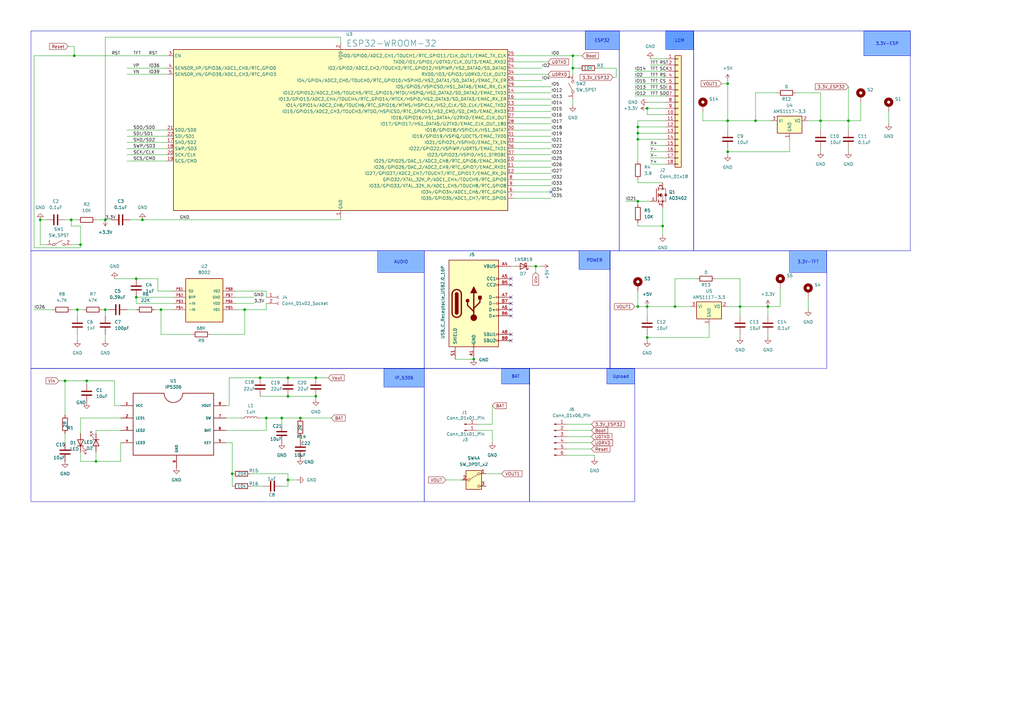
<source format=kicad_sch>
(kicad_sch (version 20231120) (generator "eeschema") (generator_version "8.0")
  (paper "A3")
  (lib_symbols
    (symbol "8002:8002" (pin_names (offset 1.016))
      (property "Reference" "U" (at -7.62 12.7 0))
      (property "Value" "8002" (at -7.62 10.16 0))
      (symbol "8002_0_0"
        (pin bidirectional line (at -12.7 5.08 0) (length 5.08) (name "SD") (number "P$1"))
        (pin bidirectional line (at -12.7 2.54 0) (length 5.08) (name "BYP") (number "P$2"))
        (pin bidirectional line (at -12.7 0 0) (length 5.08) (name "+IN") (number "P$3"))
        (pin bidirectional line (at -12.7 -2.54 0) (length 5.08) (name "-IN") (number "P$4"))
        (pin bidirectional line (at 12.7 -2.54 180) (length 5.08) (name "V01") (number "P$5"))
        (pin bidirectional line (at 12.7 0 180) (length 5.08) (name "VDD") (number "P$6"))
        (pin bidirectional line (at 12.7 2.54 180) (length 5.08) (name "GND") (number "P$7"))
        (pin bidirectional line (at 12.7 5.08 180) (length 5.08) (name "V02") (number "P$8"))
      )
    )
    (symbol "AO3402:AO3402" (pin_names (offset 1.016))
      (property "Reference" "Q" (at -11.43 7.62 0))
      (property "Value" "AO3402" (at -11.43 5.08 0))
      (symbol "AO3402_0_0"
        (pin passive line (at -5.08 -2.54 0) (length 2.54) (name "~") (number "1"))
        (pin passive line (at 0 -5.08 90) (length 2.54) (name "~") (number "2"))
        (pin passive line (at 0 5.08 270) (length 2.54) (name "~") (number "3"))
      )
    )
    (symbol "Connector:Conn_01x01_Pin" (pin_names (offset 1.016) hide)
      (property "Reference" "J" (at 0 2.54 0))
      (property "Value" "Conn_01x01_Pin" (at 0 -2.54 0))
      (symbol "Conn_01x01_Pin_1_1"
        (pin passive line (at 5.08 0 180) (length 3.81) (name "Pin_1") (number "1"))
      )
    )
    (symbol "Connector:Conn_01x02_Socket" (pin_names (offset 1.016) hide)
      (property "Reference" "J" (at 0 2.54 0))
      (property "Value" "Conn_01x02_Socket" (at 0 -5.08 0))
      (symbol "Conn_01x02_Socket_1_1"
        (pin passive line (at -5.08 0 0) (length 3.81) (name "Pin_1") (number "1"))
        (pin passive line (at -5.08 -2.54 0) (length 3.81) (name "Pin_2") (number "2"))
      )
    )
    (symbol "Connector:Conn_01x06_Pin" (pin_names (offset 1.016) hide)
      (property "Reference" "J" (at 0 7.62 0))
      (property "Value" "Conn_01x06_Pin" (at 0 -10.16 0))
      (symbol "Conn_01x06_Pin_1_1"
        (pin passive line (at 5.08 5.08 180) (length 3.81) (name "Pin_1") (number "1"))
        (pin passive line (at 5.08 2.54 180) (length 3.81) (name "Pin_2") (number "2"))
        (pin passive line (at 5.08 0 180) (length 3.81) (name "Pin_3") (number "3"))
        (pin passive line (at 5.08 -2.54 180) (length 3.81) (name "Pin_4") (number "4"))
        (pin passive line (at 5.08 -5.08 180) (length 3.81) (name "Pin_5") (number "5"))
        (pin passive line (at 5.08 -7.62 180) (length 3.81) (name "Pin_6") (number "6"))
      )
    )
    (symbol "Connector:Conn_01x50_Socket" (pin_names (offset 1.016) hide)
      (property "Reference" "J" (at 0 63.5 0))
      (property "Value" "Conn_01x50_Socket" (at 0 -66.04 0))
      (symbol "Conn_01x50_Socket_1_1"
        (pin passive line (at -5.08 60.96 0) (length 3.81) (name "Pin_1") (number "1"))
        (pin passive line (at -5.08 38.1 0) (length 3.81) (name "Pin_10") (number "10"))
        (pin passive line (at -5.08 35.56 0) (length 3.81) (name "Pin_11") (number "11"))
        (pin passive line (at -5.08 33.02 0) (length 3.81) (name "Pin_12") (number "12"))
        (pin passive line (at -5.08 30.48 0) (length 3.81) (name "Pin_13") (number "13"))
        (pin passive line (at -5.08 27.94 0) (length 3.81) (name "Pin_14") (number "14"))
        (pin passive line (at -5.08 25.4 0) (length 3.81) (name "Pin_15") (number "15"))
        (pin passive line (at -5.08 22.86 0) (length 3.81) (name "Pin_16") (number "16"))
        (pin passive line (at -5.08 20.32 0) (length 3.81) (name "Pin_17") (number "17"))
        (pin passive line (at -5.08 17.78 0) (length 3.81) (name "Pin_18") (number "18"))
        (pin passive line (at -5.08 15.24 0) (length 3.81) (name "Pin_19") (number "19"))
        (pin passive line (at -5.08 58.42 0) (length 3.81) (name "Pin_2") (number "2"))
        (pin passive line (at -5.08 12.7 0) (length 3.81) (name "Pin_20") (number "20"))
        (pin passive line (at -5.08 10.16 0) (length 3.81) (name "Pin_21") (number "21"))
        (pin passive line (at -5.08 7.62 0) (length 3.81) (name "Pin_22") (number "22"))
        (pin passive line (at -5.08 5.08 0) (length 3.81) (name "Pin_23") (number "23"))
        (pin passive line (at -5.08 2.54 0) (length 3.81) (name "Pin_24") (number "24"))
        (pin passive line (at -5.08 0 0) (length 3.81) (name "Pin_25") (number "25"))
        (pin passive line (at -5.08 -2.54 0) (length 3.81) (name "Pin_26") (number "26"))
        (pin passive line (at -5.08 -5.08 0) (length 3.81) (name "Pin_27") (number "27"))
        (pin passive line (at -5.08 -7.62 0) (length 3.81) (name "Pin_28") (number "28"))
        (pin passive line (at -5.08 -10.16 0) (length 3.81) (name "Pin_29") (number "29"))
        (pin passive line (at -5.08 55.88 0) (length 3.81) (name "Pin_3") (number "3"))
        (pin passive line (at -5.08 -12.7 0) (length 3.81) (name "Pin_30") (number "30"))
        (pin passive line (at -5.08 -15.24 0) (length 3.81) (name "Pin_31") (number "31"))
        (pin passive line (at -5.08 -17.78 0) (length 3.81) (name "Pin_32") (number "32"))
        (pin passive line (at -5.08 -20.32 0) (length 3.81) (name "Pin_33") (number "33"))
        (pin passive line (at -5.08 -22.86 0) (length 3.81) (name "Pin_34") (number "34"))
        (pin passive line (at -5.08 -25.4 0) (length 3.81) (name "Pin_35") (number "35"))
        (pin passive line (at -5.08 -27.94 0) (length 3.81) (name "Pin_36") (number "36"))
        (pin passive line (at -5.08 -30.48 0) (length 3.81) (name "Pin_37") (number "37"))
        (pin passive line (at -5.08 -33.02 0) (length 3.81) (name "Pin_38") (number "38"))
        (pin passive line (at -5.08 -35.56 0) (length 3.81) (name "Pin_39") (number "39"))
        (pin passive line (at -5.08 53.34 0) (length 3.81) (name "Pin_4") (number "4"))
        (pin passive line (at -5.08 -38.1 0) (length 3.81) (name "Pin_40") (number "40"))
        (pin passive line (at -5.08 -40.64 0) (length 3.81) (name "Pin_41") (number "41"))
        (pin passive line (at -5.08 -43.18 0) (length 3.81) (name "Pin_42") (number "42"))
        (pin passive line (at -5.08 -45.72 0) (length 3.81) (name "Pin_43") (number "43"))
        (pin passive line (at -5.08 -48.26 0) (length 3.81) (name "Pin_44") (number "44"))
        (pin passive line (at -5.08 -50.8 0) (length 3.81) (name "Pin_45") (number "45"))
        (pin passive line (at -5.08 -53.34 0) (length 3.81) (name "Pin_46") (number "46"))
        (pin passive line (at -5.08 -55.88 0) (length 3.81) (name "Pin_47") (number "47"))
        (pin passive line (at -5.08 -58.42 0) (length 3.81) (name "Pin_48") (number "48"))
        (pin passive line (at -5.08 -60.96 0) (length 3.81) (name "Pin_49") (number "49"))
        (pin passive line (at -5.08 50.8 0) (length 3.81) (name "Pin_5") (number "5"))
        (pin passive line (at -5.08 -63.5 0) (length 3.81) (name "Pin_50") (number "50"))
        (pin passive line (at -5.08 48.26 0) (length 3.81) (name "Pin_6") (number "6"))
        (pin passive line (at -5.08 45.72 0) (length 3.81) (name "Pin_7") (number "7"))
        (pin passive line (at -5.08 43.18 0) (length 3.81) (name "Pin_8") (number "8"))
        (pin passive line (at -5.08 40.64 0) (length 3.81) (name "Pin_9") (number "9"))
      )
    )
    (symbol "Connector:USB_C_Receptacle_USB2.0_16P" (pin_names (offset 1.016))
      (property "Reference" "J" (at 0 22.225 0))
      (property "Value" "USB_C_Receptacle_USB2.0_16P" (at 0 19.685 0))
      (symbol "USB_C_Receptacle_USB2.0_16P_1_1"
        (pin passive line (at 0 -22.86 90) (length 5.08) (name "GND") (number "A1"))
        (pin passive line (at 0 -22.86 90) (length 5.08) hide (name "GND") (number "A12"))
        (pin passive line (at 15.24 15.24 180) (length 5.08) (name "VBUS") (number "A4"))
        (pin bidirectional line (at 15.24 10.16 180) (length 5.08) (name "CC1") (number "A5"))
        (pin bidirectional line (at 15.24 -2.54 180) (length 5.08) (name "D+") (number "A6"))
        (pin bidirectional line (at 15.24 2.54 180) (length 5.08) (name "D-") (number "A7"))
        (pin bidirectional line (at 15.24 -12.7 180) (length 5.08) (name "SBU1") (number "A8"))
        (pin passive line (at 15.24 15.24 180) (length 5.08) hide (name "VBUS") (number "A9"))
        (pin passive line (at 0 -22.86 90) (length 5.08) hide (name "GND") (number "B1"))
        (pin passive line (at 0 -22.86 90) (length 5.08) hide (name "GND") (number "B12"))
        (pin passive line (at 15.24 15.24 180) (length 5.08) hide (name "VBUS") (number "B4"))
        (pin bidirectional line (at 15.24 7.62 180) (length 5.08) (name "CC2") (number "B5"))
        (pin bidirectional line (at 15.24 -5.08 180) (length 5.08) (name "D+") (number "B6"))
        (pin bidirectional line (at 15.24 0 180) (length 5.08) (name "D-") (number "B7"))
        (pin bidirectional line (at 15.24 -15.24 180) (length 5.08) (name "SBU2") (number "B8"))
        (pin passive line (at 15.24 15.24 180) (length 5.08) hide (name "VBUS") (number "B9"))
        (pin passive line (at -7.62 -22.86 90) (length 5.08) (name "SHIELD") (number "S1"))
      )
    )
    (symbol "Connector_Generic:Conn_01x18" (pin_names (offset 1.016) hide)
      (property "Reference" "J" (at 0 22.86 0))
      (property "Value" "Conn_01x18" (at 0 -25.4 0))
      (symbol "Conn_01x18_1_1"
        (pin passive line (at -5.08 20.32 0) (length 3.81) (name "Pin_1") (number "1"))
        (pin passive line (at -5.08 -2.54 0) (length 3.81) (name "Pin_10") (number "10"))
        (pin passive line (at -5.08 -5.08 0) (length 3.81) (name "Pin_11") (number "11"))
        (pin passive line (at -5.08 -7.62 0) (length 3.81) (name "Pin_12") (number "12"))
        (pin passive line (at -5.08 -10.16 0) (length 3.81) (name "Pin_13") (number "13"))
        (pin passive line (at -5.08 -12.7 0) (length 3.81) (name "Pin_14") (number "14"))
        (pin passive line (at -5.08 -15.24 0) (length 3.81) (name "Pin_15") (number "15"))
        (pin passive line (at -5.08 -17.78 0) (length 3.81) (name "Pin_16") (number "16"))
        (pin passive line (at -5.08 -20.32 0) (length 3.81) (name "Pin_17") (number "17"))
        (pin passive line (at -5.08 -22.86 0) (length 3.81) (name "Pin_18") (number "18"))
        (pin passive line (at -5.08 17.78 0) (length 3.81) (name "Pin_2") (number "2"))
        (pin passive line (at -5.08 15.24 0) (length 3.81) (name "Pin_3") (number "3"))
        (pin passive line (at -5.08 12.7 0) (length 3.81) (name "Pin_4") (number "4"))
        (pin passive line (at -5.08 10.16 0) (length 3.81) (name "Pin_5") (number "5"))
        (pin passive line (at -5.08 7.62 0) (length 3.81) (name "Pin_6") (number "6"))
        (pin passive line (at -5.08 5.08 0) (length 3.81) (name "Pin_7") (number "7"))
        (pin passive line (at -5.08 2.54 0) (length 3.81) (name "Pin_8") (number "8"))
        (pin passive line (at -5.08 0 0) (length 3.81) (name "Pin_9") (number "9"))
      )
    )
    (symbol "Device:C" (pin_numbers hide) (pin_names (offset 0.254))
      (property "Reference" "C" (at 0.635 2.54 0))
      (property "Value" "C" (at 0.635 -2.54 0))
      (symbol "C_1_1"
        (pin passive line (at 0 3.81 270) (length 2.794) (name "~") (number "1"))
        (pin passive line (at 0 -3.81 90) (length 2.794) (name "~") (number "2"))
      )
    )
    (symbol "Device:LED" (pin_numbers hide) (pin_names (offset 1.016) hide)
      (property "Reference" "D" (at 0 2.54 0))
      (property "Value" "LED" (at 0 -2.54 0))
      (symbol "LED_1_1"
        (pin passive line (at -3.81 0 0) (length 2.54) (name "K") (number "1"))
        (pin passive line (at 3.81 0 180) (length 2.54) (name "A") (number "2"))
      )
    )
    (symbol "Device:R" (pin_numbers hide) (pin_names (offset 0))
      (property "Reference" "R" (at 2.032 0 90))
      (property "Value" "R" (at 0 0 90))
      (symbol "R_1_1"
        (pin passive line (at 0 3.81 270) (length 1.27) (name "~") (number "1"))
        (pin passive line (at 0 -3.81 90) (length 1.27) (name "~") (number "2"))
      )
    )
    (symbol "Diode:1N5819" (pin_numbers hide) (pin_names (offset 1.016) hide)
      (property "Reference" "D" (at 0 2.54 0))
      (property "Value" "1N5819" (at 0 -2.54 0))
      (symbol "1N5819_1_1"
        (pin passive line (at -3.81 0 0) (length 2.54) (name "K") (number "1"))
        (pin passive line (at 3.81 0 180) (length 2.54) (name "A") (number "2"))
      )
    )
    (symbol "IP5306:IP5306" (pin_names (offset 1.016))
      (property "Reference" "U" (at 12.7 17.78 0))
      (property "Value" "IP5306" (at 12.7 15.24 0))
      (symbol "IP5306_0_0"
        (pin power_in line (at -5.08 20.32 0) (length 5.08) (name "VCC") (number "1"))
        (pin output line (at -5.08 15.24 0) (length 5.08) (name "LED1") (number "2"))
        (pin output line (at -5.08 10.16 0) (length 5.08) (name "LED2") (number "3"))
        (pin output line (at -5.08 5.08 0) (length 5.08) (name "LED3") (number "4"))
        (pin input line (at 38.1 5.08 180) (length 5.08) (name "KEY") (number "5"))
        (pin input line (at 38.1 10.16 180) (length 5.08) (name "BAT") (number "6"))
        (pin output line (at 38.1 15.24 180) (length 5.08) (name "SW") (number "7"))
        (pin output line (at 38.1 20.32 180) (length 5.08) (name "VOUT") (number "8"))
        (pin power_in line (at 17.78 -5.08 90) (length 5.08) (name "GND") (number "9"))
      )
    )
    (symbol "Mechanical:MountingHole_Pad" (pin_numbers hide) (pin_names (offset 1.016) hide) (exclude_from_sim yes) (in_bom no)
      (property "Reference" "H" (at 0 6.35 0))
      (property "Value" "MountingHole_Pad" (at 0 4.445 0))
      (symbol "MountingHole_Pad_1_1"
        (pin input line (at 0 -2.54 90) (length 2.54) (name "1") (number "1"))
      )
    )
    (symbol "Regulator_Linear:AMS1117-3.3"
      (property "Reference" "U" (at -3.81 3.175 0))
      (property "Value" "AMS1117-3.3" (at 0 3.175 0))
      (symbol "AMS1117-3.3_1_1"
        (pin power_in line (at 0 -7.62 90) (length 2.54) (name "GND") (number "1"))
        (pin power_out line (at 7.62 0 180) (length 2.54) (name "VO") (number "2"))
        (pin power_in line (at -7.62 0 0) (length 2.54) (name "VI") (number "3"))
      )
    )
    (symbol "Switch:SW_DPDT_x2" (pin_names (offset 0) hide)
      (property "Reference" "SW" (at 0 5.08 0))
      (property "Value" "SW_DPDT_x2" (at 0 -5.08 0))
      (symbol "SW_DPDT_x2_1_1"
        (pin passive line (at 5.08 2.54 180) (length 2.54) (name "A") (number "1"))
        (pin passive line (at -5.08 0 0) (length 2.54) (name "B") (number "2"))
        (pin passive line (at 5.08 -2.54 180) (length 2.54) (name "C") (number "3"))
      )
      (symbol "SW_DPDT_x2_2_1"
        (pin passive line (at 5.08 2.54 180) (length 2.54) (name "A") (number "4"))
        (pin passive line (at -5.08 0 0) (length 2.54) (name "B") (number "5"))
        (pin passive line (at 5.08 -2.54 180) (length 2.54) (name "C") (number "6"))
      )
    )
    (symbol "Switch:SW_SPST" (pin_names (offset 0) hide)
      (property "Reference" "SW" (at 0 3.175 0))
      (property "Value" "SW_SPST" (at 0 -2.54 0))
      (symbol "SW_SPST_1_1"
        (pin passive line (at -5.08 0 0) (length 2.54) (name "A") (number "1"))
        (pin passive line (at 5.08 0 180) (length 2.54) (name "B") (number "2"))
      )
    )
    (symbol "Symbols:ESP32-WROOM-32"
      (property "Reference" "U" (at -68.58 36.83 0))
      (property "Value" "ESP32-WROOM-32" (at 31.75 38.1 0))
      (symbol "ESP32-WROOM-32_1_1"
        (pin power_in line (at 0 -33.02 90) (length 2.54) (name "GND") (number "1"))
        (pin bidirectional line (at 71.12 -10.16 180) (length 2.54) (name "IO25/GPIO25/DAC_1/ADC2_CH8/RTC_GPIO6/EMAC_RXD0") (number "10"))
        (pin bidirectional line (at 71.12 -12.7 180) (length 2.54) (name "IO26/GPIO26/DAC_2/ADC2_CH9/RTC_GPIO7/EMAC_RXD1") (number "11"))
        (pin bidirectional line (at 71.12 -15.24 180) (length 2.54) (name "IO27/GPIO27/ADC2_CH7/TOUCH7/RTC_GPIO17/EMAC_RX_DV") (number "12"))
        (pin bidirectional line (at 71.12 12.7 180) (length 2.54) (name "IO14/GPIO14/ADC2_CH6/TOUCH6/RTC_GPIO16/MTMS/HSPICLK/HS2_CLK/SD_CLK/EMAC_TXD2") (number "13"))
        (pin bidirectional line (at 71.12 17.78 180) (length 2.54) (name "IO12/GPIO12/ADC2_CH5/TOUCH5/RTC_GPIO15/MTDI/HSPIQ/HS2_DATA2/SD_DATA2/EMAC_TXD3") (number "14"))
        (pin passive line (at 0 -33.02 90) (length 2.54) hide (name "GND") (number "15"))
        (pin bidirectional line (at 71.12 15.24 180) (length 2.54) (name "IO13/GPIO13/ADC2_CH4/TOUCH4/RTC_GPIO14/MTCK/HSPID/HS2_DATA3/SD_DATA3/EMAC_RX_ER") (number "16"))
        (pin bidirectional line (at -71.12 -2.54 0) (length 2.54) (name "SHD/SD2") (number "17"))
        (pin bidirectional line (at -71.12 -5.08 0) (length 2.54) (name "SWP/SD3") (number "18"))
        (pin bidirectional line (at -71.12 -10.16 0) (length 2.54) (name "SCS/CMD") (number "19"))
        (pin power_in line (at 0 38.1 270) (length 2.54) (name "VDD") (number "2"))
        (pin bidirectional line (at -71.12 -7.62 0) (length 2.54) (name "SCK/CLK") (number "20"))
        (pin bidirectional line (at -71.12 2.54 0) (length 2.54) (name "SDO/SD0") (number "21"))
        (pin bidirectional line (at -71.12 0 0) (length 2.54) (name "SDI/SD1") (number "22"))
        (pin bidirectional line (at 71.12 10.16 180) (length 2.54) (name "IO15/GPIO15/ADC2_CH3/TOUCH3/MTDO/HSPICSO/RTC_GPIO13/HS2_CMD/SD_CMD/EMAC_RXD3") (number "23"))
        (pin bidirectional line (at 71.12 27.94 180) (length 2.54) (name "IO2/GPIO2/ADC2_CH2/TOUCH2/RTC_GPIO12/HSPIWP/HS2_DATA0/SD_DATAO") (number "24"))
        (pin bidirectional line (at 71.12 33.02 180) (length 2.54) (name "IO0/GPIO0/ADC2_CH1/TOUCH1/RTC_GPIO11/CLK_OUT1/EMAC_TX_CLK") (number "25"))
        (pin bidirectional line (at 71.12 22.86 180) (length 2.54) (name "IO4/GPIO4/ADC2_CH0/TOUCHO/RTC_GPIO10/HSPIHD/HS2_DATA1/SD_DATA1/EMAC_TX_ER") (number "26"))
        (pin bidirectional line (at 71.12 7.62 180) (length 2.54) (name "IO16/GPIO16/HS1_DATA4/U2RXD/EMAC_CLK_OUT") (number "27"))
        (pin bidirectional line (at 71.12 5.08 180) (length 2.54) (name "IO17/GPIO17/HS1_DATA5/U2TXD/EMAC_CLK_OUT_180") (number "28"))
        (pin bidirectional line (at 71.12 20.32 180) (length 2.54) (name "IO5/GPIO5/VSPICSO/HS1_DATA6/EMAC_RX_CLK") (number "29"))
        (pin input line (at -71.12 33.02 0) (length 2.54) (name "EN") (number "3"))
        (pin bidirectional line (at 71.12 2.54 180) (length 2.54) (name "IO18/GPIO18/VSPICLK/HS1_DATA7") (number "30"))
        (pin bidirectional line (at 71.12 0 180) (length 2.54) (name "IO19/GPIO19/VSPIQ/UOCTS/EMAC_TXD0") (number "31"))
        (pin no_connect line (at -71.12 -20.32 0) (length 2.54) hide (name "NC") (number "32"))
        (pin bidirectional line (at 71.12 -2.54 180) (length 2.54) (name "IO21/GPIO21/VSPIHD/EMAC_TX_EN") (number "33"))
        (pin bidirectional line (at 71.12 25.4 180) (length 2.54) (name "RXD0/IO3/GPIO3/U0RXD/CLK_OUT2") (number "34"))
        (pin bidirectional line (at 71.12 30.48 180) (length 2.54) (name "TXD0/IO1/GPIO1/U0TXD/CLK_OUT3/EMAC_RXD2") (number "35"))
        (pin bidirectional line (at 71.12 -5.08 180) (length 2.54) (name "IO22/GPIO22/VSPIWP/U0RTS/EMAC_TXD1") (number "36"))
        (pin bidirectional line (at 71.12 -7.62 180) (length 2.54) (name "IO23/GPIO23/VSPID/HS1_STROBE") (number "37"))
        (pin passive line (at 0 -33.02 90) (length 2.54) hide (name "GND") (number "38"))
        (pin passive line (at 0 -33.02 90) (length 2.54) hide (name "GND") (number "39"))
        (pin input line (at -71.12 27.94 0) (length 2.54) (name "SENSOR_VP/GPIO36/ADC1_CH0/RTC_GPIO0") (number "4"))
        (pin input line (at -71.12 25.4 0) (length 2.54) (name "SENSOR_VN/GPIO39/ADC1_CH3/RTC_GPIO3") (number "5"))
        (pin input line (at 71.12 -22.86 180) (length 2.54) (name "IO34/GPIO34/ADC1_CH6/RTC_GPIO4") (number "6"))
        (pin input line (at 71.12 -25.4 180) (length 2.54) (name "IO35/GPIO35/ADC1_CH7/RTC_GPIO5") (number "7"))
        (pin bidirectional line (at 71.12 -17.78 180) (length 2.54) (name "GPIO32/XTAL_32K_P/ADC1_CH4/TOUCH9/RTC_GPIO9") (number "8"))
        (pin bidirectional line (at 71.12 -20.32 180) (length 2.54) (name "IO33/GPIO33/XTAL_32K_N/ADC1_CH5/TOUCH8/RTC_GPIO8") (number "9"))
      )
    )
    (symbol "Symbols:L" (pin_numbers hide) (pin_names (offset 1.016) hide)
      (property "Reference" "L" (at -1.27 0 90))
      (property "Value" "L" (at 1.905 0 90))
      (symbol "L_1_1"
        (pin passive line (at 0 3.81 270) (length 1.27) (name "1") (number "1"))
        (pin passive line (at 0 -3.81 90) (length 1.27) (name "2") (number "2"))
      )
    )
    (symbol "power:+3.3V" (power) (pin_numbers hide) (pin_names (offset 0) hide)
      (property "Value" "+3.3V" (at 0 3.556 0))
      (symbol "+3.3V_1_1"
        (pin power_in line (at 0 0 90) (length 0) (name "~") (number "1"))
      )
    )
    (symbol "power:+3V3" (power) (pin_numbers hide) (pin_names (offset 0) hide)
      (property "Value" "+3V3" (at 0 3.556 0))
      (symbol "+3V3_1_1"
        (pin power_in line (at 0 0 90) (length 0) (name "~") (number "1"))
      )
    )
    (symbol "power:+5V" (power) (pin_numbers hide) (pin_names (offset 0) hide)
      (property "Value" "+5V" (at 0 3.556 0))
      (symbol "+5V_1_1"
        (pin power_in line (at 0 0 90) (length 0) (name "~") (number "1"))
      )
    )
    (symbol "power:GND" (power) (pin_numbers hide) (pin_names (offset 0) hide)
      (property "Value" "GND" (at 0 -3.81 0))
      (symbol "GND_1_1"
        (pin power_in line (at 0 0 270) (length 0) (name "~") (number "1"))
      )
    )
  )
  (junction (at 66.04 127))
  (junction (at 58.42 90.17))
  (junction (at 115.57 171.45))
  (junction (at 55.88 114.3))
  (junction (at 123.19 171.45))
  (junction (at 118.11 154.94))
  (junction (at 43.18 127))
  (junction (at 39.37 189.23))
  (junction (at 250.19 -34.29))
  (junction (at 26.67 156.21))
  (junction (at 234.95 22.86))
  (junction (at 100.33 127))
  (junction (at 118.11 162.56))
  (junction (at 265.43 125.73))
  (junction (at 347.98 49.53))
  (junction (at 106.68 154.94))
  (junction (at 260.35 -62.23))
  (junction (at 261.62 57.15))
  (junction (at 298.45 62.23))
  (junction (at 303.53 -113.03))
  (junction (at 276.86 125.73))
  (junction (at 129.54 162.56))
  (junction (at 95.25 194.31))
  (junction (at 261.62 82.55))
  (junction (at 264.16 -72.39))
  (junction (at 16.51 90.17))
  (junction (at 194.31 147.32))
  (junction (at 260.35 -64.77))
  (junction (at 129.54 154.94))
  (junction (at 118.11 196.85))
  (junction (at 309.88 49.53))
  (junction (at 265.43 138.43))
  (junction (at 260.35 -59.69))
  (junction (at 33.02 100.33))
  (junction (at 261.62 52.07))
  (junction (at 260.35 -24.13))
  (junction (at 303.53 -110.49))
  (junction (at 336.55 49.53))
  (junction (at 298.45 34.29))
  (junction (at 314.96 125.73))
  (junction (at 303.53 125.73))
  (junction (at 265.43 44.45))
  (junction (at 298.45 49.53))
  (junction (at 31.75 127))
  (junction (at 271.78 92.71))
  (junction (at 261.62 54.61))
  (junction (at 30.48 22.86))
  (junction (at 43.18 90.17))
  (junction (at 261.62 125.73))
  (junction (at 29.21 90.17))
  (junction (at 109.22 171.45))
  (junction (at 55.88 121.92))
  (junction (at 219.71 109.22))
  (junction (at 35.56 156.21))
  (junction (at 234.95 27.94))
  (no_connect (at 226.06 78.74))
  (no_connect (at 209.55 127))
  (no_connect (at 209.55 137.16))
  (no_connect (at 209.55 121.92))
  (no_connect (at 209.55 114.3))
  (no_connect (at 209.55 124.46))
  (no_connect (at 209.55 116.84))
  (no_connect (at 209.55 139.7))
  (no_connect (at 209.55 129.54))
  (wire (pts (xy 68.58 22.86) (xy 30.48 22.86)))
  (wire (pts (xy 260.35 34.29) (xy 273.05 34.29)))
  (wire (pts (xy 26.67 177.8) (xy 26.67 181.61)))
  (wire (pts (xy 264.16 -72.39) (xy 264.16 -69.85)))
  (wire (pts (xy 118.11 162.56) (xy 129.54 162.56)))
  (wire (pts (xy 92.71 171.45) (xy 99.06 171.45)))
  (wire (pts (xy 261.62 82.55) (xy 261.62 83.82)))
  (wire (pts (xy 245.11 -34.29) (xy 250.19 -34.29)))
  (wire (pts (xy 210.82 73.66) (xy 226.06 73.66)))
  (wire (pts (xy 26.67 156.21) (xy 26.67 170.18)))
  (wire (pts (xy 298.45 62.23) (xy 298.45 63.5)))
  (wire (pts (xy 331.47 49.53) (xy 336.55 49.53)))
  (wire (pts (xy 303.53 125.73) (xy 314.96 125.73)))
  (wire (pts (xy 106.68 154.94) (xy 118.11 154.94)))
  (wire (pts (xy 95.25 194.31) (xy 95.25 199.39)))
  (wire (pts (xy 30.48 22.86) (xy 13.97 22.86)))
  (wire (pts (xy 66.04 137.16) (xy 78.74 137.16)))
  (wire (pts (xy 326.39 38.1) (xy 336.55 38.1)))
  (wire (pts (xy 29.21 90.17) (xy 31.75 90.17)))
  (wire (pts (xy 210.82 60.96) (xy 226.06 60.96)))
  (wire (pts (xy 68.58 53.34) (xy 52.07 53.34)))
  (wire (pts (xy 43.18 127) (xy 44.45 127)))
  (wire (pts (xy 109.22 171.45) (xy 115.57 171.45)))
  (wire (pts (xy 16.51 100.33) (xy 16.51 90.17)))
  (wire (pts (xy 102.87 199.39) (xy 107.95 199.39)))
  (wire (pts (xy 259.08 -80.01) (xy 271.78 -80.01)))
  (wire (pts (xy 232.41 186.69) (xy 243.84 186.69)))
  (wire (pts (xy 260.35 29.21) (xy 273.05 29.21)))
  (wire (pts (xy 41.91 127) (xy 43.18 127)))
  (wire (pts (xy 303.53 -113.03) (xy 328.93 -113.03)))
  (wire (pts (xy 265.43 44.45) (xy 273.05 44.45)))
  (wire (pts (xy 118.11 194.31) (xy 118.11 196.85)))
  (wire (pts (xy 260.35 -62.23) (xy 260.35 -59.69)))
  (wire (pts (xy 261.62 119.38) (xy 261.62 125.73)))
  (wire (pts (xy 331.47 121.92) (xy 331.47 127)))
  (wire (pts (xy 43.18 15.24) (xy 43.18 90.17)))
  (wire (pts (xy 265.43 -92.71) (xy 271.78 -92.71)))
  (wire (pts (xy 266.7 67.31) (xy 273.05 67.31)))
  (wire (pts (xy 320.04 -115.57) (xy 328.93 -115.57)))
  (wire (pts (xy 245.11 27.94) (xy 252.73 27.94)))
  (wire (pts (xy 290.83 133.35) (xy 290.83 138.43)))
  (wire (pts (xy 303.53 -107.95) (xy 328.93 -107.95)))
  (wire (pts (xy 265.43 -54.61) (xy 271.78 -54.61)))
  (wire (pts (xy 265.43 44.45) (xy 265.43 46.99)))
  (wire (pts (xy 95.25 181.61) (xy 95.25 194.31)))
  (wire (pts (xy 260.35 -41.91) (xy 260.35 -43.18)))
  (wire (pts (xy 261.62 74.93) (xy 261.62 73.66)))
  (wire (pts (xy 13.97 101.6) (xy 33.02 101.6)))
  (wire (pts (xy 33.02 171.45) (xy 49.53 171.45)))
  (wire (pts (xy 58.42 90.17) (xy 139.7 90.17)))
  (wire (pts (xy 266.7 64.77) (xy 273.05 64.77)))
  (wire (pts (xy 347.98 49.53) (xy 353.06 49.53)))
  (wire (pts (xy 261.62 54.61) (xy 261.62 57.15)))
  (wire (pts (xy 52.07 58.42) (xy 68.58 58.42)))
  (wire (pts (xy 52.07 30.48) (xy 68.58 30.48)))
  (wire (pts (xy 210.82 22.86) (xy 234.95 22.86)))
  (wire (pts (xy 250.19 -25.4) (xy 250.19 -24.13)))
  (wire (pts (xy 210.82 35.56) (xy 226.06 35.56)))
  (wire (pts (xy 52.07 127) (xy 55.88 127)))
  (wire (pts (xy 109.22 127) (xy 109.22 124.46)))
  (wire (pts (xy 46.99 114.3) (xy 55.88 114.3)))
  (wire (pts (xy 30.48 19.05) (xy 30.48 22.86)))
  (wire (pts (xy 29.21 100.33) (xy 33.02 100.33)))
  (wire (pts (xy 109.22 171.45) (xy 106.68 171.45)))
  (wire (pts (xy 318.77 38.1) (xy 309.88 38.1)))
  (wire (pts (xy 288.29 49.53) (xy 298.45 49.53)))
  (wire (pts (xy 320.04 125.73) (xy 320.04 118.11)))
  (wire (pts (xy 261.62 52.07) (xy 261.62 54.61)))
  (wire (pts (xy 46.99 156.21) (xy 46.99 166.37)))
  (wire (pts (xy 93.98 166.37) (xy 93.98 154.94)))
  (wire (pts (xy 298.45 60.96) (xy 298.45 62.23)))
  (wire (pts (xy 186.69 147.32) (xy 194.31 147.32)))
  (wire (pts (xy 303.53 -110.49) (xy 303.53 -107.95)))
  (wire (pts (xy 29.21 127) (xy 31.75 127)))
  (wire (pts (xy 109.22 119.38) (xy 109.22 121.92)))
  (wire (pts (xy 66.04 127) (xy 71.12 127)))
  (wire (pts (xy 55.88 114.3) (xy 64.77 114.3)))
  (wire (pts (xy 295.91 34.29) (xy 298.45 34.29)))
  (wire (pts (xy 13.97 127) (xy 21.59 127)))
  (wire (pts (xy 39.37 90.17) (xy 43.18 90.17)))
  (wire (pts (xy 261.62 52.07) (xy 273.05 52.07)))
  (wire (pts (xy 31.75 127) (xy 34.29 127)))
  (wire (pts (xy 252.73 31.75) (xy 251.46 31.75)))
  (wire (pts (xy 265.43 -57.15) (xy 271.78 -57.15)))
  (wire (pts (xy 273.05 46.99) (xy 265.43 46.99)))
  (wire (pts (xy 290.83 138.43) (xy 265.43 138.43)))
  (wire (pts (xy 210.82 48.26) (xy 226.06 48.26)))
  (wire (pts (xy 31.75 137.16) (xy 31.75 139.7)))
  (wire (pts (xy 102.87 194.31) (xy 118.11 194.31)))
  (wire (pts (xy 264.16 -74.93) (xy 271.78 -74.93)))
  (wire (pts (xy 33.02 189.23) (xy 33.02 185.42)))
  (wire (pts (xy 210.82 55.88) (xy 226.06 55.88)))
  (wire (pts (xy 33.02 92.71) (xy 29.21 92.71)))
  (wire (pts (xy 210.82 33.02) (xy 222.25 33.02)))
  (wire (pts (xy 49.53 176.53) (xy 39.37 176.53)))
  (wire (pts (xy 46.99 166.37) (xy 49.53 166.37)))
  (wire (pts (xy 210.82 58.42) (xy 226.06 58.42)))
  (wire (pts (xy 252.73 27.94) (xy 252.73 31.75)))
  (wire (pts (xy 260.35 -59.69) (xy 271.78 -59.69)))
  (wire (pts (xy 13.97 22.86) (xy 13.97 101.6)))
  (wire (pts (xy 298.45 49.53) (xy 298.45 53.34)))
  (wire (pts (xy 303.53 -114.3) (xy 303.53 -113.03)))
  (wire (pts (xy 53.34 90.17) (xy 58.42 90.17)))
  (wire (pts (xy 323.85 57.15) (xy 323.85 62.23)))
  (wire (pts (xy 261.62 82.55) (xy 266.7 82.55)))
  (wire (pts (xy 261.62 54.61) (xy 273.05 54.61)))
  (wire (pts (xy 336.55 38.1) (xy 336.55 49.53)))
  (wire (pts (xy 243.84 186.69) (xy 243.84 187.96)))
  (wire (pts (xy 234.95 27.94) (xy 237.49 27.94)))
  (wire (pts (xy 106.68 162.56) (xy 118.11 162.56)))
  (wire (pts (xy 303.53 -113.03) (xy 303.53 -110.49)))
  (wire (pts (xy 298.45 49.53) (xy 309.88 49.53)))
  (wire (pts (xy 64.77 119.38) (xy 64.77 114.3)))
  (wire (pts (xy 209.55 109.22) (xy 210.82 109.22)))
  (wire (pts (xy 219.71 111.76) (xy 219.71 109.22)))
  (wire (pts (xy 210.82 76.2) (xy 226.06 76.2)))
  (wire (pts (xy 264.16 -72.39) (xy 271.78 -72.39)))
  (wire (pts (xy 298.45 125.73) (xy 303.53 125.73)))
  (wire (pts (xy 285.75 114.3) (xy 276.86 114.3)))
  (wire (pts (xy 63.5 127) (xy 66.04 127)))
  (wire (pts (xy 115.57 173.99) (xy 115.57 171.45)))
  (wire (pts (xy 293.37 114.3) (xy 303.53 114.3)))
  (wire (pts (xy 234.95 22.86) (xy 238.76 22.86)))
  (wire (pts (xy 93.98 154.94) (xy 106.68 154.94)))
  (wire (pts (xy 260.35 39.37) (xy 273.05 39.37)))
  (wire (pts (xy 261.62 74.93) (xy 271.78 74.93)))
  (wire (pts (xy 92.71 176.53) (xy 109.22 176.53)))
  (wire (pts (xy 26.67 90.17) (xy 29.21 90.17)))
  (wire (pts (xy 64.77 119.38) (xy 71.12 119.38)))
  (wire (pts (xy 303.53 -110.49) (xy 328.93 -110.49)))
  (wire (pts (xy 314.96 125.73) (xy 320.04 125.73)))
  (wire (pts (xy 35.56 156.21) (xy 46.99 156.21)))
  (wire (pts (xy 232.41 176.53) (xy 242.57 176.53)))
  (wire (pts (xy 364.49 45.72) (xy 364.49 50.8)))
  (wire (pts (xy 210.82 27.94) (xy 222.25 27.94)))
  (wire (pts (xy 259.08 -87.63) (xy 271.78 -87.63)))
  (wire (pts (xy 43.18 90.17) (xy 45.72 90.17)))
  (wire (pts (xy 109.22 171.45) (xy 109.22 176.53)))
  (wire (pts (xy 314.96 125.73) (xy 314.96 129.54)))
  (wire (pts (xy 265.43 -52.07) (xy 271.78 -52.07)))
  (wire (pts (xy 266.7 59.69) (xy 273.05 59.69)))
  (wire (pts (xy 271.78 -69.85) (xy 264.16 -69.85)))
  (wire (pts (xy 210.82 45.72) (xy 226.06 45.72)))
  (wire (pts (xy 250.19 -34.29) (xy 250.19 -33.02)))
  (wire (pts (xy 265.43 41.91) (xy 273.05 41.91)))
  (wire (pts (xy 19.05 100.33) (xy 16.51 100.33)))
  (wire (pts (xy 309.88 38.1) (xy 309.88 49.53)))
  (wire (pts (xy 210.82 50.8) (xy 226.06 50.8)))
  (wire (pts (xy 260.35 -62.23) (xy 271.78 -62.23)))
  (wire (pts (xy 232.41 184.15) (xy 242.57 184.15)))
  (wire (pts (xy 260.35 36.83) (xy 273.05 36.83)))
  (wire (pts (xy 260.35 -59.69) (xy 260.35 -50.8)))
  (wire (pts (xy 288.29 45.72) (xy 288.29 49.53)))
  (wire (pts (xy 309.88 49.53) (xy 316.23 49.53)))
  (wire (pts (xy 55.88 121.92) (xy 55.88 124.46)))
  (wire (pts (xy 303.53 125.73) (xy 303.53 129.54)))
  (wire (pts (xy 43.18 15.24) (xy 139.7 15.24)))
  (wire (pts (xy 39.37 185.42) (xy 39.37 189.23)))
  (wire (pts (xy 265.43 -90.17) (xy 271.78 -90.17)))
  (wire (pts (xy 234.95 40.64) (xy 234.95 43.18)))
  (wire (pts (xy 260.35 125.73) (xy 261.62 125.73)))
  (wire (pts (xy 118.11 154.94) (xy 129.54 154.94)))
  (wire (pts (xy 182.88 196.85) (xy 189.23 196.85)))
  (wire (pts (xy 250.19 -34.29) (xy 255.27 -34.29)))
  (wire (pts (xy 271.78 92.71) (xy 271.78 96.52)))
  (wire (pts (xy 210.82 43.18) (xy 226.06 43.18)))
  (wire (pts (xy 43.18 137.16) (xy 43.18 139.7)))
  (wire (pts (xy 336.55 60.96) (xy 336.55 62.23)))
  (wire (pts (xy 210.82 66.04) (xy 226.06 66.04)))
  (wire (pts (xy 52.07 55.88) (xy 68.58 55.88)))
  (wire (pts (xy 259.08 -77.47) (xy 271.78 -77.47)))
  (wire (pts (xy 31.75 127) (xy 31.75 129.54)))
  (wire (pts (xy 260.35 -64.77) (xy 260.35 -62.23)))
  (wire (pts (xy 260.35 -31.75) (xy 260.35 -24.13)))
  (wire (pts (xy 118.11 196.85) (xy 121.92 196.85)))
  (wire (pts (xy 123.19 171.45) (xy 135.89 171.45)))
  (wire (pts (xy 271.78 85.09) (xy 271.78 92.71)))
  (wire (pts (xy 33.02 101.6) (xy 33.02 100.33)))
  (wire (pts (xy 260.35 -64.77) (xy 271.78 -64.77)))
  (wire (pts (xy 347.98 35.56) (xy 347.98 49.53)))
  (wire (pts (xy 256.54 82.55) (xy 261.62 82.55)))
  (wire (pts (xy 129.54 162.56) (xy 129.54 163.83)))
  (wire (pts (xy 250.19 -24.13) (xy 260.35 -24.13)))
  (wire (pts (xy 24.13 156.21) (xy 26.67 156.21)))
  (wire (pts (xy 118.11 196.85) (xy 118.11 199.39)))
  (wire (pts (xy 27.94 19.05) (xy 30.48 19.05)))
  (wire (pts (xy 210.82 81.28) (xy 226.06 81.28)))
  (wire (pts (xy 96.52 119.38) (xy 109.22 119.38)))
  (wire (pts (xy 232.41 179.07) (xy 242.57 179.07)))
  (wire (pts (xy 314.96 137.16) (xy 314.96 138.43)))
  (wire (pts (xy 260.35 31.75) (xy 273.05 31.75)))
  (wire (pts (xy 210.82 30.48) (xy 224.79 30.48)))
  (wire (pts (xy 265.43 -49.53) (xy 271.78 -49.53)))
  (wire (pts (xy 210.82 78.74) (xy 226.06 78.74)))
  (wire (pts (xy 201.93 181.61) (xy 201.93 176.53)))
  (wire (pts (xy 347.98 60.96) (xy 347.98 62.23)))
  (wire (pts (xy 232.41 173.99) (xy 242.57 173.99)))
  (wire (pts (xy 26.67 156.21) (xy 35.56 156.21)))
  (wire (pts (xy 210.82 71.12) (xy 226.06 71.12)))
  (wire (pts (xy 43.18 127) (xy 43.18 129.54)))
  (wire (pts (xy 336.55 49.53) (xy 336.55 53.34)))
  (wire (pts (xy 266.7 24.13) (xy 273.05 24.13)))
  (wire (pts (xy 115.57 199.39) (xy 118.11 199.39)))
  (wire (pts (xy 219.71 109.22) (xy 218.44 109.22)))
  (wire (pts (xy 39.37 176.53) (xy 39.37 177.8)))
  (wire (pts (xy 33.02 100.33) (xy 33.02 92.71)))
  (wire (pts (xy 96.52 124.46) (xy 104.14 124.46)))
  (wire (pts (xy 323.85 62.23) (xy 298.45 62.23)))
  (wire (pts (xy 265.43 125.73) (xy 276.86 125.73)))
  (wire (pts (xy 210.82 68.58) (xy 226.06 68.58)))
  (wire (pts (xy 100.33 137.16) (xy 100.33 127)))
  (wire (pts (xy 129.54 154.94) (xy 134.62 154.94)))
  (wire (pts (xy 261.62 91.44) (xy 261.62 92.71)))
  (wire (pts (xy 347.98 49.53) (xy 347.98 53.34)))
  (wire (pts (xy 210.82 40.64) (xy 226.06 40.64)))
  (wire (pts (xy 199.39 194.31) (xy 205.74 194.31)))
  (wire (pts (xy 210.82 63.5) (xy 226.06 63.5)))
  (wire (pts (xy 33.02 189.23) (xy 39.37 189.23)))
  (wire (pts (xy 55.88 124.46) (xy 71.12 124.46)))
  (wire (pts (xy 260.35 -24.13) (xy 260.35 -20.32)))
  (wire (pts (xy 139.7 88.9) (xy 139.7 90.17)))
  (wire (pts (xy 265.43 125.73) (xy 265.43 129.54)))
  (wire (pts (xy 266.7 26.67) (xy 273.05 26.67)))
  (wire (pts (xy 96.52 121.92) (xy 104.14 121.92)))
  (wire (pts (xy 49.53 189.23) (xy 49.53 181.61)))
  (wire (pts (xy 298.45 34.29) (xy 298.45 49.53)))
  (wire (pts (xy 261.62 125.73) (xy 265.43 125.73)))
  (wire (pts (xy 259.08 -85.09) (xy 271.78 -85.09)))
  (wire (pts (xy 210.82 53.34) (xy 226.06 53.34)))
  (wire (pts (xy 210.82 38.1) (xy 226.06 38.1)))
  (wire (pts (xy 139.7 15.24) (xy 139.7 17.78)))
  (wire (pts (xy 276.86 125.73) (xy 283.21 125.73)))
  (wire (pts (xy 222.25 109.22) (xy 219.71 109.22)))
  (wire (pts (xy 52.07 63.5) (xy 68.58 63.5)))
  (wire (pts (xy 115.57 171.45) (xy 123.19 171.45)))
  (wire (pts (xy 353.06 49.53) (xy 353.06 41.91)))
  (wire (pts (xy 29.21 92.71) (xy 29.21 90.17)))
  (wire (pts (xy 260.35 -67.31) (xy 260.35 -64.77)))
  (wire (pts (xy 201.93 173.99) (xy 195.58 173.99)))
  (wire (pts (xy 265.43 137.16) (xy 265.43 138.43)))
  (wire (pts (xy 92.71 166.37) (xy 93.98 166.37)))
  (wire (pts (xy 39.37 189.23) (xy 49.53 189.23)))
  (wire (pts (xy 16.51 90.17) (xy 19.05 90.17)))
  (wire (pts (xy 261.62 92.71) (xy 271.78 92.71)))
  (wire (pts (xy 55.88 121.92) (xy 71.12 121.92)))
  (wire (pts (xy 52.07 66.04) (xy 68.58 66.04)))
  (wire (pts (xy 298.45 33.02) (xy 298.45 34.29)))
  (wire (pts (xy 123.19 179.07) (xy 123.19 180.34)))
  (wire (pts (xy 261.62 57.15) (xy 261.62 66.04)))
  (wire (pts (xy 52.07 27.94) (xy 68.58 27.94)))
  (wire (pts (xy 265.43 138.43) (xy 265.43 139.7)))
  (wire (pts (xy 259.08 -82.55) (xy 271.78 -82.55)))
  (wire (pts (xy 261.62 49.53) (xy 273.05 49.53)))
  (wire (pts (xy 201.93 176.53) (xy 195.58 176.53)))
  (wire (pts (xy 336.55 49.53) (xy 347.98 49.53)))
  (wire (pts (xy 92.71 181.61) (xy 95.25 181.61)))
  (wire (pts (xy 276.86 114.3) (xy 276.86 125.73)))
  (wire (pts (xy 260.35 -67.31) (xy 271.78 -67.31)))
  (wire (pts (xy 266.7 62.23) (xy 273.05 62.23)))
  (wire (pts (xy 303.53 114.3) (xy 303.53 125.73)))
  (wire (pts (xy 234.95 27.94) (xy 234.95 22.86)))
  (wire (pts (xy 261.62 57.15) (xy 273.05 57.15)))
  (wire (pts (xy 210.82 25.4) (xy 224.79 25.4)))
  (wire (pts (xy 303.53 137.16) (xy 303.53 138.43)))
  (wire (pts (xy 86.36 137.16) (xy 100.33 137.16)))
  (wire (pts (xy 52.07 60.96) (xy 68.58 60.96)))
  (wire (pts (xy 66.04 127) (xy 66.04 137.16)))
  (wire (pts (xy 234.95 27.94) (xy 234.95 30.48)))
  (wire (pts (xy 96.52 127) (xy 100.33 127)))
  (wire (pts (xy 261.62 49.53) (xy 261.62 52.07)))
  (wire (pts (xy 232.41 181.61) (xy 242.57 181.61)))
  (wire (pts (xy 320.04 -118.11) (xy 320.04 -115.57)))
  (wire (pts (xy 201.93 166.37) (xy 201.93 173.99)))
  (wire (pts (xy 100.33 127) (xy 109.22 127)))
  (wire (pts (xy 33.02 171.45) (xy 33.02 177.8)))
  (wire (pts (xy 35.56 156.21) (xy 35.56 157.48)))
  (rectangle (start 12.7 12.7) (end 254 102.87))
  (rectangle (start 12.7 151.13) (end 173.99 205.74))
  (rectangle (start 254 12.7) (end 284.48 102.87))
  (rectangle (start 284.48 12.7) (end 373.38 102.87))
  (rectangle (start 217.17 151.13) (end 260.35 205.74))
  (rectangle (start 250.19 102.87) (end 339.09 151.13))
  (rectangle (start 173.99 102.87) (end 250.19 151.13))
  (rectangle (start 173.99 151.13) (end 217.17 205.74))
  (rectangle (start 12.7 102.87) (end 173.99 151.13))
  (text_box "LCM" (at 271.78 -104.14 0) (size 11.43 7.62) (fill (type color) (color 97 157 255 1)) (effects (font (size 1.27 1.27))))
  (text_box "Upload" (at 248.92 151.13 0) (size 11.43 6.35) (fill (type color) (color 135 184 255 1)) (effects (font (size 1.27 1.27))))
  (text_box "3.3V-TFT" (at 323.85 102.87 0) (size 15.24 8.89) (fill (type color) (color 135 184 255 1)) (effects (font (size 1.27 1.27))))
  (text_box "ESP32\n" (at 240.03 12.7 0) (size 13.97 7.62) (fill (type color) (color 127 173 255 1)) (effects (font (size 1.27 1.27))))
  (text_box "LCM" (at 273.05 12.7 0) (size 11.43 7.62) (fill (type color) (color 97 157 255 1)) (effects (font (size 1.27 1.27))))
  (text_box "AUDIO" (at 154.94 102.87 0) (size 19.05 8.89) (fill (type color) (color 135 184 255 1)) (effects (font (size 1.27 1.27))))
  (text_box "3.3V-ESP" (at 354.33 12.7 0) (size 19.05 10.16) (fill (type color) (color 135 184 255 1)) (effects (font (size 1.27 1.27))))
  (text_box "IP_5306" (at 157.48 151.13 0) (size 16.51 7.62) (fill (type color) (color 135 184 255 1)) (effects (font (size 1.27 1.27))))
  (text_box "POWER" (at 237.49 102.87 0) (size 12.7 7.62) (fill (type color) (color 135 184 255 1)) (effects (font (size 1.27 1.27))))
  (text_box "BAT\n" (at 205.74 151.13 0) (size 11.43 6.35) (fill (type color) (color 135 184 255 1)) (effects (font (size 1.27 1.27))))
  (label "SDI{slash}SD1" (at 54.61 55.88 0))
  (label "GND" (at 104.14 121.92 0))
  (label "IO22" (at 226.06 60.96 0))
  (label "IO23" (at 226.06 63.5 0))
  (label "3.3V" (at 43.18 90.17 0))
  (label "SDO{slash}SD0" (at 54.61 53.34 0))
  (label "IO26" (at 13.97 127 0))
  (label "TFT" (at 265.43 -82.55 0))
  (label "SCS{slash}CMD" (at 54.61 66.04 0))
  (label "CS" (at 269.24 -82.55 0))
  (label "TFT" (at 266.7 29.21 0))
  (label "IO15" (at 260.35 34.29 0))
  (label "IO2" (at 259.08 -85.09 0))
  (label "IO12" (at 260.35 39.37 0))
  (label "IO25" (at 226.06 66.04 0))
  (label "TFT" (at 265.43 -77.47 0))
  (label "TFT" (at 265.43 -80.01 0))
  (label "IO15" (at 226.06 45.72 0))
  (label "TFT" (at 54.61 22.86 0))
  (label "3.3V" (at 104.14 124.46 0))
  (label "X+" (at 266.7 59.69 0))
  (label "IO33" (at 226.06 76.2 0))
  (label "IO13" (at 259.08 -80.01 0))
  (label "SDO" (at 270.51 39.37 0))
  (label "Y+" (at 265.43 -49.53 0))
  (label "RS" (at 270.51 31.75 0))
  (label "RST" (at 45.72 22.86 0))
  (label "IO14" (at 260.35 29.21 0))
  (label "SDO" (at 269.24 -77.47 0))
  (label "Y-" (at 265.43 -54.61 0))
  (label "VP" (at 54.61 27.94 0))
  (label "RST" (at 269.24 -90.17 0))
  (label "IO34" (at 226.06 78.74 0))
  (label "IO4" (at 222.25 33.02 0))
  (label "IO21" (at 226.06 58.42 0))
  (label "IO15" (at 259.08 -82.55 0))
  (label "Y-" (at 266.7 62.23 0))
  (label "IO0" (at 226.06 22.86 0))
  (label "RST" (at 270.51 26.67 0))
  (label "TFT" (at 265.43 -85.09 0))
  (label "IO2" (at 222.25 27.94 0))
  (label "IO21" (at 256.54 82.55 0))
  (label "SWP{slash}SD3" (at 54.61 60.96 0))
  (label "SCK" (at 270.51 29.21 0))
  (label "IO17" (at 226.06 50.8 0))
  (label "IO12" (at 259.08 -77.47 0))
  (label "VN" (at 54.61 30.48 0))
  (label "SDI" (at 270.51 36.83 0))
  (label "IO35" (at 226.06 81.28 0))
  (label "TFT" (at 265.43 -90.17 0))
  (label "IO19" (at 226.06 55.88 0))
  (label "IO12" (at 226.06 38.1 0))
  (label "GND" (at 73.66 90.17 0))
  (label "IO5" (at 226.06 35.56 0))
  (label "TFT" (at 266.7 36.83 0))
  (label "SHD{slash}SD2" (at 54.61 58.42 0))
  (label "SCK" (at 269.24 -87.63 0))
  (label "X-" (at 265.43 -52.07 0))
  (label "TFT" (at 266.7 26.67 0))
  (label "SCK{slash}CLK" (at 54.61 63.5 0))
  (label "CS" (at 270.51 34.29 0))
  (label "TFT" (at 266.7 31.75 0))
  (label "X-" (at 266.7 64.77 0))
  (label "IO26" (at 226.06 68.58 0))
  (label "IO32" (at 226.06 73.66 0))
  (label "RS" (at 269.24 -85.09 0))
  (label "TFT" (at 266.7 39.37 0))
  (label "RST" (at 60.96 22.86 0))
  (label "X+" (at 265.43 -57.15 0))
  (label "IO14" (at 226.06 43.18 0))
  (label "IO16" (at 226.06 48.26 0))
  (label "IO14" (at 259.08 -87.63 0))
  (label "TFT" (at 266.7 34.29 0))
  (label "SDI" (at 269.24 -80.01 0))
  (label "Y+" (at 266.7 67.31 0))
  (label "IO39" (at 60.96 30.48 0))
  (label "IO27" (at 226.06 71.12 0))
  (label "IO18" (at 226.06 53.34 0))
  (label "IO21" (at 245.11 -34.29 0))
  (label "IO13" (at 226.06 40.64 0))
  (label "IO13" (at 260.35 36.83 0))
  (label "IO2" (at 260.35 31.75 0))
  (label "IO36" (at 60.96 27.94 0))
  (label "TFT" (at 265.43 -87.63 0))
  (global_label "Reset" (shape input) (at 242.57 184.15 0) (property "Intersheetrefs" "${INTERSHEET_REFS}" (effects (hide yes))))
  (global_label "Boot" (shape input) (at 242.57 176.53 0) (property "Intersheetrefs" "${INTERSHEET_REFS}" (effects (hide yes))))
  (global_label "Vin" (shape input) (at 219.71 111.76 270) (property "Intersheetrefs" "${INTERSHEET_REFS}" (effects (hide yes))))
  (global_label "U0TXD" (shape input) (at 242.57 179.07 0) (property "Intersheetrefs" "${INTERSHEET_REFS}" (effects (hide yes))))
  (global_label "Reset" (shape input) (at 27.94 19.05 180) (property "Intersheetrefs" "${INTERSHEET_REFS}" (effects (hide yes))))
  (global_label "U0RXD" (shape input) (at 242.57 181.61 0) (property "Intersheetrefs" "${INTERSHEET_REFS}" (effects (hide yes))))
  (global_label "BAT" (shape input) (at 201.93 166.37 0) (property "Intersheetrefs" "${INTERSHEET_REFS}" (effects (hide yes))))
  (global_label "Vin" (shape input) (at 24.13 156.21 180) (property "Intersheetrefs" "${INTERSHEET_REFS}" (effects (hide yes))))
  (global_label "3.3V_ESP32" (shape input) (at 242.57 173.99 0) (property "Intersheetrefs" "${INTERSHEET_REFS}" (effects (hide yes))))
  (global_label "3.3V_ESP32" (shape input) (at 347.98 35.56 180) (property "Intersheetrefs" "${INTERSHEET_REFS}" (effects (hide yes))))
  (global_label "VOUT1" (shape input) (at 295.91 34.29 180) (property "Intersheetrefs" "${INTERSHEET_REFS}" (effects (hide yes))))
  (global_label "VOUT1" (shape input) (at 205.74 194.31 0) (property "Intersheetrefs" "${INTERSHEET_REFS}" (effects (hide yes))))
  (global_label "Boot" (shape input) (at 238.76 22.86 0) (property "Intersheetrefs" "${INTERSHEET_REFS}" (effects (hide yes))))
  (global_label "3.3V_ESP32" (shape input) (at 251.46 31.75 180) (property "Intersheetrefs" "${INTERSHEET_REFS}" (effects (hide yes))))
  (global_label "U0TXD" (shape input) (at 224.79 25.4 0) (property "Intersheetrefs" "${INTERSHEET_REFS}" (effects (hide yes))))
  (global_label "BAT" (shape input) (at 135.89 171.45 0) (property "Intersheetrefs" "${INTERSHEET_REFS}" (effects (hide yes))))
  (global_label "Vout" (shape input) (at 134.62 154.94 0) (property "Intersheetrefs" "${INTERSHEET_REFS}" (effects (hide yes))))
  (global_label "U0RXD" (shape input) (at 224.79 30.48 0) (property "Intersheetrefs" "${INTERSHEET_REFS}" (effects (hide yes))))
  (global_label "VOUT" (shape input) (at 182.88 196.85 180) (property "Intersheetrefs" "${INTERSHEET_REFS}" (effects (hide yes))))
  (global_label "VOUT1" (shape input) (at 260.35 125.73 180) (property "Intersheetrefs" "${INTERSHEET_REFS}" (effects (hide yes))))
  (symbol (lib_id "Device:C") (at 55.88 118.11 180) (unit 1)
    (property "Reference" "C4" (at 59.69 116.8399 0) (effects (justify right)))
    (property "Value" "1uF" (at 59.69 119.3799 0) (effects (justify right)))
    (property "Footprint" "Capacitor_SMD:C_0603_1608Metric" (effects (hide yes)))
    (property "Description" "Unpolarized capacitor" (effects (hide yes)))
  )
  (symbol (lib_id "Device:C") (at 106.68 158.75 0) (unit 1)
    (property "Reference" "C18" (at 100.33 156.718 0) (effects (justify left)))
    (property "Value" "22uF" (at 99.822 159.512 0) (effects (justify left)))
    (property "Footprint" "Capacitor_SMD:C_0805_2012Metric" (effects (hide yes)))
    (property "Description" "Unpolarized capacitor" (effects (hide yes)))
  )
  (symbol (lib_id "power:+3.3V") (at 265.43 44.45 90) (unit 1)
    (property "Reference" "#PWR013" (effects (hide yes)))
    (property "Value" "+3.3V" (at 261.62 44.4499 90) (effects (justify left)))
    (property "Description" "Power symbol creates a global label with name \"+3.3V\"" (effects (hide yes)))
  )
  (symbol (lib_id "Device:R") (at 322.58 38.1 90) (unit 1)
    (property "Reference" "R12" (at 322.58 40.64 90))
    (property "Value" "0" (at 322.58 35.56 90))
    (property "Footprint" "Resistor_SMD:R_0603_1608Metric" (effects (hide yes)))
    (property "Description" "Resistor" (effects (hide yes)))
  )
  (symbol (lib_id "Device:LED") (at 33.02 181.61 90) (unit 1)
    (property "Reference" "D1" (at 28.702 181.61 90) (effects (justify right)))
    (property "Value" "LED" (at 28.702 184.15 90) (effects (justify right)))
    (property "Footprint" "Capacitor_SMD:C_0603_1608Metric" (effects (hide yes)))
    (property "Description" "Light emitting diode" (effects (hide yes)))
  )
  (symbol (lib_id "Symbols:L") (at 102.87 171.45 90) (unit 1)
    (property "Reference" "L1" (at 102.87 166.37 90))
    (property "Value" "1uH" (at 102.87 168.91 90))
    (property "Footprint" "Inductor_SMD:L_Cenker_CKCS4020" (effects (hide yes)))
    (property "Description" "Inductor" (effects (hide yes)))
  )
  (symbol (lib_id "power:GND") (at 336.55 62.23 0) (unit 1)
    (property "Reference" "#PWR024" (effects (hide yes)))
    (property "Value" "GND" (at 336.55 67.31 0))
    (property "Description" "Power symbol creates a global label with name \"GND\" , ground" (effects (hide yes)))
  )
  (symbol (lib_id "power:GND") (at 347.98 62.23 0) (unit 1)
    (property "Reference" "#PWR025" (effects (hide yes)))
    (property "Value" "GND" (at 347.98 67.31 0))
    (property "Description" "Power symbol creates a global label with name \"GND\" , ground" (effects (hide yes)))
  )
  (symbol (lib_id "8002:8002") (at 83.82 124.46 0) (unit 1)
    (property "Reference" "U2" (at 83.82 109.22 0))
    (property "Value" "8002" (at 83.82 111.76 0))
    (property "Footprint" "8002:SOIC8" (effects (hide yes)))
    (property "MF" "SCS" (effects (hide yes)))
    (property "Description_1" "\nShrink sleeve, Roll, white, can be labeled with: THERMOMARK ROLL MASTER 300/600, THERMOMARK X1.2,THERMOMARK ROLL X1, THERMOMARK ROLL 2.0, THERMOMARK ROLL, THERMOMARK W: without print,unperforated, mounting type: slide on\n" (effects (hide yes)))
    (property "Package" "None" (effects (hide yes)))
    (property "Price" "None" (effects (hide yes)))
    (property "SnapEDA_Link" "https://www.snapeda.com/parts/8002/SCS/view-part/?ref=snap" (effects (hide yes)))
    (property "MP" "8002" (effects (hide yes)))
    (property "Availability" "Not in stock" (effects (hide yes)))
    (property "Check_prices" "https://www.snapeda.com/parts/8002/SCS/view-part/?ref=eda" (effects (hide yes)))
  )
  (symbol (lib_id "IP5306:IP5306") (at 54.61 186.69 0) (unit 1)
    (property "Reference" "U1" (at 71.12 156.21 0))
    (property "Value" "IP5306" (at 71.12 158.75 0))
    (property "Footprint" "IP5306:SOIC9P127_490X600X170L84X42T330X241N" (effects (hide yes)))
    (property "MF" "Injoinic" (effects (hide yes)))
    (property "Description_1" "\nFully-Integrated Power Bank System-On-Chip with 2.1A charger, 2.4A discharger\n" (effects (hide yes)))
    (property "Package" "None" (effects (hide yes)))
    (property "Price" "None" (effects (hide yes)))
    (property "SnapEDA_Link" "https://www.snapeda.com/parts/IP5306/Injoinic/view-part/?ref=snap" (effects (hide yes)))
    (property "MP" "IP5306" (effects (hide yes)))
    (property "Availability" "In Stock" (effects (hide yes)))
    (property "Check_prices" "https://www.snapeda.com/parts/IP5306/Injoinic/view-part/?ref=eda" (effects (hide yes)))
  )
  (symbol (lib_id "Device:C") (at 115.57 177.8 0) (unit 1)
    (property "Reference" "C21" (at 111.76 174.752 0) (effects (justify left)))
    (property "Value" "10uF" (at 110.744 180.086 0) (effects (justify left)))
    (property "Footprint" "Capacitor_SMD:C_0603_1608Metric" (effects (hide yes)))
    (property "Description" "Unpolarized capacitor" (effects (hide yes)))
  )
  (symbol (lib_id "power:GND") (at 31.75 139.7 0) (unit 1)
    (property "Reference" "#PWR016" (effects (hide yes)))
    (property "Value" "GND" (at 31.75 144.78 0))
    (property "Description" "Power symbol creates a global label with name \"GND\" , ground" (effects (hide yes)))
  )
  (symbol (lib_id "power:+5V") (at 222.25 109.22 270) (unit 1)
    (property "Reference" "#PWR020" (effects (hide yes)))
    (property "Value" "+5V" (at 224.282 112.522 0))
    (property "Description" "Power symbol creates a global label with name \"+5V\"" (effects (hide yes)))
  )
  (symbol (lib_id "Device:C") (at 123.19 184.15 0) (unit 1)
    (property "Reference" "C22" (at 123.444 181.864 0) (effects (justify left)))
    (property "Value" "10uF" (at 120.65 186.69 0) (effects (justify left)))
    (property "Footprint" "Capacitor_SMD:C_0603_1608Metric" (effects (hide yes)))
    (property "Description" "Unpolarized capacitor" (effects (hide yes)))
  )
  (symbol (lib_id "power:GND") (at 331.47 127 0) (unit 1)
    (property "Reference" "#PWR033" (effects (hide yes)))
    (property "Value" "GND" (at 331.47 132.08 0))
    (property "Description" "Power symbol creates a global label with name \"GND\" , ground" (effects (hide yes)))
  )
  (symbol (lib_id "Device:C") (at 303.53 133.35 180) (unit 1)
    (property "Reference" "C13" (at 307.34 132.0799 0) (effects (justify right)))
    (property "Value" "10uF" (at 307.34 134.6199 0) (effects (justify right)))
    (property "Footprint" "Capacitor_SMD:C_0603_1608Metric" (effects (hide yes)))
    (property "Description" "Unpolarized capacitor" (effects (hide yes)))
  )
  (symbol (lib_id "power:GND") (at 298.45 63.5 0) (unit 1)
    (property "Reference" "#PWR022" (effects (hide yes)))
    (property "Value" "GND" (at 298.45 68.58 0))
    (property "Description" "Power symbol creates a global label with name \"GND\" , ground" (effects (hide yes)))
  )
  (symbol (lib_id "Switch:SW_DPDT_x2") (at 194.31 196.85 0) (unit 1)
    (property "Reference" "SW4" (at 194.31 187.9164 0))
    (property "Value" "SW_DPDT_x2" (at 194.31 190.4564 0))
    (property "Footprint" "Button_Switch_THT:SW_CK_JS202011AQN_DPDT_Angled" (effects (hide yes)))
    (property "Description" "Switch, dual pole double throw, separate symbols" (effects (hide yes)))
  )
  (symbol (lib_id "Mechanical:MountingHole_Pad") (at 331.47 119.38 0) (unit 1) (exclude_from_sim yes) (in_bom no)
    (property "Reference" "S4" (at 334.01 116.8399 0) (effects (justify left)))
    (property "Value" "MountingHole_Pad" (effects (hide yes)))
    (property "Footprint" "MountingHole:MountingHole_2.2mm_M2_ISO7380_Pad_TopBottom" (effects (hide yes)))
    (property "Description" "Mounting Hole with connection" (effects (hide yes)))
  )
  (symbol (lib_id "power:GND") (at 303.53 138.43 0) (unit 1)
    (property "Reference" "#PWR030" (effects (hide yes)))
    (property "Value" "GND" (at 303.53 143.51 0))
    (property "Description" "Power symbol creates a global label with name \"GND\" , ground" (effects (hide yes)))
  )
  (symbol (lib_id "Device:R") (at 260.35 -46.99 180) (unit 1)
    (property "Reference" "R24" (at 262.89 -48.2601 0) (effects (justify right)))
    (property "Value" "3.9" (at 262.89 -45.7201 0) (effects (justify right)))
    (property "Footprint" "Resistor_SMD:R_0603_1608Metric" (effects (hide yes)))
    (property "Description" "Resistor" (effects (hide yes)))
  )
  (symbol (lib_id "Device:C") (at 22.86 90.17 90) (unit 1)
    (property "Reference" "C2" (at 22.86 82.55 90))
    (property "Value" "0.1uF" (at 22.86 85.09 90))
    (property "Footprint" "Capacitor_SMD:C_0603_1608Metric" (effects (hide yes)))
    (property "Description" "Unpolarized capacitor" (effects (hide yes)))
  )
  (symbol (lib_id "Device:C") (at 265.43 133.35 180) (unit 1)
    (property "Reference" "C12" (at 269.24 132.0799 0) (effects (justify right)))
    (property "Value" "10uF" (at 269.24 134.6199 0) (effects (justify right)))
    (property "Footprint" "Capacitor_SMD:C_0603_1608Metric" (effects (hide yes)))
    (property "Description" "Unpolarized capacitor" (effects (hide yes)))
  )
  (symbol (lib_id "power:GND") (at 320.04 -118.11 180) (unit 1)
    (property "Reference" "#PWR055" (effects (hide yes)))
    (property "Value" "GND" (at 320.04 -121.92 0))
    (property "Description" "Power symbol creates a global label with name \"GND\" , ground" (effects (hide yes)))
  )
  (symbol (lib_id "Connector_Generic:Conn_01x18") (at 276.86 -72.39 0) (unit 1)
    (property "Reference" "J9" (at 269.24 -46.99 0) (effects (justify left)))
    (property "Value" "Conn_01x18" (at 269.24 -44.45 0) (effects (justify left)))
    (property "Footprint" "Connector_FFC-FPC:Omron_XF2M-4015-1A_1x40-1MP_P0.5mm_Horizontal" (effects (hide yes)))
    (property "Description" "Generic connector, single row, 01x18, script generated (kicad-library-utils/schlib/autogen/connector/)" (effects (hide yes)))
  )
  (symbol (lib_id "Switch:SW_SPST") (at 234.95 35.56 90) (unit 1)
    (property "Reference" "SW2" (at 236.22 34.2899 90) (effects (justify right)))
    (property "Value" "SW_SPST" (at 236.22 36.8299 90) (effects (justify right)))
    (property "Footprint" "Button_Switch_SMD:SW_SPST_PTS810" (effects (hide yes)))
    (property "Description" "Single Pole Single Throw (SPST) switch" (effects (hide yes)))
  )
  (symbol (lib_id "power:GND") (at 121.92 196.85 90) (unit 1)
    (property "Reference" "#PWR034" (effects (hide yes)))
    (property "Value" "GND" (at 125.73 196.8499 90) (effects (justify right)))
    (property "Description" "Power symbol creates a global label with name \"GND\" , ground" (effects (hide yes)))
  )
  (symbol (lib_id "power:GND") (at 58.42 90.17 180) (unit 1)
    (property "Reference" "#PWR03" (effects (hide yes)))
    (property "Value" "GND" (at 58.42 85.09 0))
    (property "Description" "Power symbol creates a global label with name \"GND\" , ground" (effects (hide yes)))
  )
  (symbol (lib_id "AO3402:AO3402") (at 260.35 -36.83 0) (unit 1)
    (property "Reference" "Q5" (at 262.89 -38.1001 0) (effects (justify left)))
    (property "Value" "AO3402" (at 262.89 -35.5601 0) (effects (justify left)))
    (property "Footprint" "Package_TO_SOT_SMD:SOT-23" (effects (hide yes)))
    (property "MF" "Alpha & Omega Semiconductor" (effects (hide yes)))
    (property "Description_1" "\nN-Channel 30 V 4A (Ta) 1.4W (Ta) Surface Mount SOT-23-3\n" (effects (hide yes)))
    (property "Package" "SOT-23 Alpha &amp; Omega Semiconductor" (effects (hide yes)))
    (property "Price" "None" (effects (hide yes)))
    (property "Check_prices" "https://www.snapeda.com/parts/AO3402/Alpha+%2526+Omega+Semiconductor+Inc./view-part/?ref=eda" (effects (hide yes)))
    (property "STANDARD" "IPC 7351B" (effects (hide yes)))
    (property "PARTREV" "6" (effects (hide yes)))
    (property "SnapEDA_Link" "https://www.snapeda.com/parts/AO3402/Alpha+%2526+Omega+Semiconductor+Inc./view-part/?ref=snap" (effects (hide yes)))
    (property "MP" "AO3402" (effects (hide yes)))
    (property "Availability" "In Stock" (effects (hide yes)))
    (property "MANUFACTURER" "ALPHA & OMEGA SEMICONDUCTOR" (effects (hide yes)))
  )
  (symbol (lib_id "Device:C") (at 49.53 90.17 90) (unit 1)
    (property "Reference" "C3" (at 49.53 82.55 90))
    (property "Value" "0.1uF" (at 49.53 85.09 90))
    (property "Footprint" "Capacitor_SMD:C_0603_1608Metric" (effects (hide yes)))
    (property "Description" "Unpolarized capacitor" (effects (hide yes)))
  )
  (symbol (lib_id "Regulator_Linear:AMS1117-3.3") (at 290.83 125.73 0) (unit 1)
    (property "Reference" "U5" (at 290.83 119.38 0))
    (property "Value" "AMS1117-3.3" (at 290.83 121.92 0))
    (property "Footprint" "Package_TO_SOT_SMD:SOT-223-3_TabPin2" (effects (hide yes)))
    (property "Datasheet" "http://www.advanced-monolithic.com/pdf/ds1117.pdf" (effects (hide yes)))
    (property "Description" "1A Low Dropout regulator, positive, 3.3V fixed output, SOT-223" (effects (hide yes)))
  )
  (symbol (lib_id "power:GND") (at 72.39 191.77 0) (unit 1)
    (property "Reference" "#PWR035" (effects (hide yes)))
    (property "Value" "GND" (at 72.39 196.85 0))
    (property "Description" "Power symbol creates a global label with name \"GND\" , ground" (effects (hide yes)))
  )
  (symbol (lib_id "Mechanical:MountingHole_Pad") (at 288.29 43.18 0) (unit 1) (exclude_from_sim yes) (in_bom no)
    (property "Reference" "S14" (at 290.83 40.6399 0) (effects (justify left)))
    (property "Value" "MountingHole_Pad" (effects (hide yes)))
    (property "Footprint" "MountingHole:MountingHole_2.2mm_M2_ISO7380_Pad_TopBottom" (effects (hide yes)))
    (property "Description" "Mounting Hole with connection" (effects (hide yes)))
  )
  (symbol (lib_id "Device:C") (at 314.96 133.35 180) (unit 1)
    (property "Reference" "C14" (at 318.77 132.0799 0) (effects (justify right)))
    (property "Value" "0.1uF" (at 318.77 134.6199 0) (effects (justify right)))
    (property "Footprint" "Capacitor_SMD:C_0603_1608Metric" (effects (hide yes)))
    (property "Description" "Unpolarized capacitor" (effects (hide yes)))
  )
  (symbol (lib_id "Device:R") (at 59.69 127 90) (unit 1)
    (property "Reference" "R6" (at 59.69 120.65 90))
    (property "Value" "22K" (at 59.69 123.19 90))
    (property "Footprint" "Resistor_SMD:R_0603_1608Metric" (effects (hide yes)))
    (property "Description" "Resistor" (effects (hide yes)))
  )
  (symbol (lib_id "power:GND") (at 266.7 24.13 180) (unit 1)
    (property "Reference" "#PWR011" (effects (hide yes)))
    (property "Value" "GND" (at 266.7 19.05 0))
    (property "Description" "Power symbol creates a global label with name \"GND\" , ground" (effects (hide yes)))
  )
  (symbol (lib_id "Device:LED") (at 39.37 181.61 270) (unit 1)
    (property "Reference" "D2" (at 38.1 183.896 90) (effects (justify right)))
    (property "Value" "LED" (at 38.1 181.356 90) (effects (justify right)))
    (property "Footprint" "LED_SMD:LED_0603_1608Metric" (effects (hide yes)))
    (property "Description" "Light emitting diode" (effects (hide yes)))
  )
  (symbol (lib_id "Connector:USB_C_Receptacle_USB2.0_16P") (at 194.31 124.46 0) (unit 1)
    (property "Reference" "J5" (at 193.548 104.394 0))
    (property "Value" "USB_C_Receptacle_USB2.0_16P" (at 181.61 123.952 90))
    (property "Footprint" "Connector_USB:USB_C_Receptacle_GCT_USB4105-xx-A_16P_TopMnt_Horizontal" (effects (hide yes)))
    (property "Datasheet" "https://www.usb.org/sites/default/files/documents/usb_type-c.zip" (effects (hide yes)))
    (property "Description" "USB 2.0-only 16P Type-C Receptacle connector" (effects (hide yes)))
  )
  (symbol (lib_id "Connector:Conn_01x06_Pin") (at 227.33 179.07 0) (unit 1)
    (property "Reference" "J6" (at 234.442 167.894 0))
    (property "Value" "Conn_01x06_Pin" (at 234.442 170.434 0))
    (property "Footprint" "Connector_PinHeader_2.54mm:PinHeader_1x06_P2.54mm_Vertical" (effects (hide yes)))
    (property "Description" "Generic connector, single row, 01x06, script generated" (effects (hide yes)))
  )
  (symbol (lib_id "Device:C") (at 111.76 199.39 270) (unit 1)
    (property "Reference" "C8" (at 111.506 202.946 90))
    (property "Value" "1uF" (at 111.506 196.342 90))
    (property "Footprint" "Capacitor_SMD:C_0603_1608Metric" (effects (hide yes)))
    (property "Description" "Unpolarized capacitor" (effects (hide yes)))
  )
  (symbol (lib_id "Device:R") (at 261.62 69.85 180) (unit 1)
    (property "Reference" "R4" (at 264.16 68.5799 0) (effects (justify right)))
    (property "Value" "3.9" (at 264.16 71.1199 0) (effects (justify right)))
    (property "Footprint" "Resistor_SMD:R_0603_1608Metric" (effects (hide yes)))
    (property "Description" "Resistor" (effects (hide yes)))
  )
  (symbol (lib_id "power:GND") (at 265.43 139.7 0) (unit 1)
    (property "Reference" "#PWR029" (effects (hide yes)))
    (property "Value" "GND" (at 265.43 144.78 0))
    (property "Description" "Power symbol creates a global label with name \"GND\" , ground" (effects (hide yes)))
  )
  (symbol (lib_id "Connector:Conn_01x01_Pin") (at 190.5 173.99 0) (unit 1)
    (property "Reference" "J1" (at 190.5 169.164 0))
    (property "Value" "Conn_01x01_Pin" (at 191.008 171.45 0))
    (property "Footprint" "TestPoint:TestPoint_Keystone_5019_Minature" (effects (hide yes)))
    (property "Description" "Generic connector, single row, 01x01, script generated" (effects (hide yes)))
  )
  (symbol (lib_id "power:GND") (at 26.67 189.23 0) (unit 1)
    (property "Reference" "#PWR07" (effects (hide yes)))
    (property "Value" "GND" (at 26.67 194.31 0))
    (property "Description" "Power symbol creates a global label with name \"GND\" , ground" (effects (hide yes)))
  )
  (symbol (lib_id "power:GND") (at 265.43 -92.71 180) (unit 1)
    (property "Reference" "#PWR052" (effects (hide yes)))
    (property "Value" "GND" (at 265.43 -97.79 0))
    (property "Description" "Power symbol creates a global label with name \"GND\" , ground" (effects (hide yes)))
  )
  (symbol (lib_id "power:+3.3V") (at 264.16 -72.39 90) (unit 1)
    (property "Reference" "#PWR051" (effects (hide yes)))
    (property "Value" "+3.3V" (at 260.35 -72.3901 90) (effects (justify left)))
    (property "Description" "Power symbol creates a global label with name \"+3.3V\"" (effects (hide yes)))
  )
  (symbol (lib_id "Device:R") (at 261.62 87.63 180) (unit 1)
    (property "Reference" "R5" (at 264.16 86.3599 0) (effects (justify right)))
    (property "Value" "10K" (at 264.16 88.8999 0) (effects (justify right)))
    (property "Footprint" "Resistor_SMD:R_0603_1608Metric" (effects (hide yes)))
    (property "Description" "Resistor" (effects (hide yes)))
  )
  (symbol (lib_id "Device:R") (at 99.06 194.31 270) (unit 1)
    (property "Reference" "R15" (at 102.108 193.04 90) (effects (justify left)))
    (property "Value" "20R" (at 97.282 194.31 90) (effects (justify left)))
    (property "Footprint" "Resistor_SMD:R_0603_1608Metric" (effects (hide yes)))
    (property "Description" "Resistor" (effects (hide yes)))
  )
  (symbol (lib_id "power:+3.3V") (at 43.18 90.17 180) (unit 1)
    (property "Reference" "#PWR01" (effects (hide yes)))
    (property "Value" "+3.3V" (at 43.18 95.25 0))
    (property "Description" "Power symbol creates a global label with name \"+3.3V\"" (effects (hide yes)))
  )
  (symbol (lib_id "Device:C") (at 48.26 127 270) (unit 1)
    (property "Reference" "C5" (at 48.26 119.38 90))
    (property "Value" "0.39uF" (at 48.26 121.92 90))
    (property "Footprint" "Capacitor_SMD:C_0603_1608Metric" (effects (hide yes)))
    (property "Description" "Unpolarized capacitor" (effects (hide yes)))
  )
  (symbol (lib_id "power:+3.3V") (at 314.96 125.73 0) (unit 1)
    (property "Reference" "#PWR031" (effects (hide yes)))
    (property "Value" "+3.3V" (at 314.96 120.65 0))
    (property "Description" "Power symbol creates a global label with name \"+3.3V\"" (effects (hide yes)))
  )
  (symbol (lib_id "power:GND") (at 265.43 41.91 270) (unit 1)
    (property "Reference" "#PWR012" (effects (hide yes)))
    (property "Value" "GND" (at 261.62 41.9099 90) (effects (justify right)))
    (property "Description" "Power symbol creates a global label with name \"GND\" , ground" (effects (hide yes)))
  )
  (symbol (lib_id "Device:R") (at 38.1 127 90) (unit 1)
    (property "Reference" "R7" (at 38.1 120.65 90))
    (property "Value" "47K" (at 38.1 123.19 90))
    (property "Footprint" "Resistor_SMD:R_0603_1608Metric" (effects (hide yes)))
    (property "Description" "Resistor" (effects (hide yes)))
  )
  (symbol (lib_id "Device:R") (at 99.06 199.39 270) (unit 1)
    (property "Reference" "R16" (at 102.108 198.374 90) (effects (justify left)))
    (property "Value" "10k" (at 97.282 199.39 90) (effects (justify left)))
    (property "Footprint" "Resistor_SMD:R_0603_1608Metric" (effects (hide yes)))
    (property "Description" "Resistor" (effects (hide yes)))
  )
  (symbol (lib_id "Device:C") (at 43.18 133.35 180) (unit 1)
    (property "Reference" "C7" (at 46.99 132.0799 0) (effects (justify right)))
    (property "Value" "100pF" (at 46.99 134.6199 0) (effects (justify right)))
    (property "Footprint" "Capacitor_SMD:C_0603_1608Metric" (effects (hide yes)))
    (property "Description" "Unpolarized capacitor" (effects (hide yes)))
  )
  (symbol (lib_id "Device:R") (at 82.55 137.16 90) (unit 1)
    (property "Reference" "R9" (at 82.55 139.7 90))
    (property "Value" "68K" (at 82.55 134.62 90))
    (property "Footprint" "Resistor_SMD:R_0603_1608Metric" (effects (hide yes)))
    (property "Description" "Resistor" (effects (hide yes)))
  )
  (symbol (lib_id "Connector:Conn_01x50_Socket") (at 334.01 -67.31 0) (unit 1)
    (property "Reference" "J10" (at 334.772 -67.31 0) (effects (justify left)))
    (property "Value" "Conn_01x50_Socket" (at 334.772 -64.77 0) (effects (justify left)))
    (property "Footprint" "Connector_FFC-FPC:Hirose_FH12-50S-0.5SH_1x50-1MP_P0.50mm_Horizontal" (effects (hide yes)))
    (property "Description" "\"Generic connector, single row, 01x50, script generated\"" (effects (hide yes)))
  )
  (symbol (lib_id "power:GND") (at 35.56 165.1 0) (unit 1)
    (property "Reference" "#PWR04" (effects (hide yes)))
    (property "Value" "GND" (at 33.274 165.1 0))
    (property "Description" "Power symbol creates a global label with name \"GND\" , ground" (effects (hide yes)))
  )
  (symbol (lib_id "Device:R") (at 25.4 127 90) (unit 1)
    (property "Reference" "R8" (at 25.4 120.65 90))
    (property "Value" "4.7K" (at 25.4 123.19 90))
    (property "Footprint" "Resistor_SMD:R_0603_1608Metric" (effects (hide yes)))
    (property "Description" "Resistor" (effects (hide yes)))
  )
  (symbol (lib_id "Device:R") (at 289.56 114.3 90) (unit 1)
    (property "Reference" "R13" (at 289.56 116.84 90))
    (property "Value" "0" (at 289.56 111.76 90))
    (property "Footprint" "Resistor_SMD:R_0603_1608Metric" (effects (hide yes)))
    (property "Description" "Resistor" (effects (hide yes)))
  )
  (symbol (lib_id "Mechanical:MountingHole_Pad") (at 364.49 43.18 0) (unit 1) (exclude_from_sim yes) (in_bom no)
    (property "Reference" "S1" (at 367.03 40.6399 0) (effects (justify left)))
    (property "Value" "MountingHole_Pad" (effects (hide yes)))
    (property "Footprint" "MountingHole:MountingHole_2.2mm_M2_ISO7380_Pad_TopBottom" (effects (hide yes)))
    (property "Description" "Mounting Hole with connection" (effects (hide yes)))
  )
  (symbol (lib_id "Device:C") (at 118.11 158.75 0) (unit 1)
    (property "Reference" "C19" (at 110.998 156.972 0) (effects (justify left)))
    (property "Value" "22uF" (at 110.998 159.512 0) (effects (justify left)))
    (property "Footprint" "Capacitor_SMD:C_0805_2012Metric" (effects (hide yes)))
    (property "Description" "Unpolarized capacitor" (effects (hide yes)))
  )
  (symbol (lib_id "Device:C") (at 35.56 161.29 0) (unit 1)
    (property "Reference" "C1" (at 39.37 160.0199 0) (effects (justify left)))
    (property "Value" "10uF" (at 39.37 162.5599 0) (effects (justify left)))
    (property "Footprint" "Resistor_SMD:R_0603_1608Metric" (effects (hide yes)))
    (property "Description" "Unpolarized capacitor" (effects (hide yes)))
  )
  (symbol (lib_id "Device:R") (at 250.19 -29.21 180) (unit 1)
    (property "Reference" "R25" (at 252.73 -30.4801 0) (effects (justify right)))
    (property "Value" "10K" (at 252.73 -27.9401 0) (effects (justify right)))
    (property "Footprint" "Resistor_SMD:R_0603_1608Metric" (effects (hide yes)))
    (property "Description" "Resistor" (effects (hide yes)))
  )
  (symbol (lib_id "power:GND") (at 43.18 139.7 0) (unit 1)
    (property "Reference" "#PWR017" (effects (hide yes)))
    (property "Value" "GND" (at 43.18 144.78 0))
    (property "Description" "Power symbol creates a global label with name \"GND\" , ground" (effects (hide yes)))
  )
  (symbol (lib_id "Mechanical:MountingHole_Pad") (at 261.62 116.84 0) (unit 1) (exclude_from_sim yes) (in_bom no)
    (property "Reference" "S3" (at 264.16 114.2999 0) (effects (justify left)))
    (property "Value" "MountingHole_Pad" (effects (hide yes)))
    (property "Footprint" "MountingHole:MountingHole_2.2mm_M2_ISO7380_Pad_TopBottom" (effects (hide yes)))
    (property "Description" "Mounting Hole with connection" (effects (hide yes)))
  )
  (symbol (lib_id "power:GND") (at 260.35 -20.32 0) (unit 1)
    (property "Reference" "#PWR053" (effects (hide yes)))
    (property "Value" "GND" (at 260.35 -15.24 0))
    (property "Description" "Power symbol creates a global label with name \"GND\" , ground" (effects (hide yes)))
  )
  (symbol (lib_id "Device:C") (at 347.98 57.15 180) (unit 1)
    (property "Reference" "C11" (at 351.79 55.8799 0) (effects (justify right)))
    (property "Value" "0.1uF" (at 351.79 58.4199 0) (effects (justify right)))
    (property "Footprint" "Capacitor_SMD:C_0603_1608Metric" (effects (hide yes)))
    (property "Description" "Unpolarized capacitor" (effects (hide yes)))
  )
  (symbol (lib_id "power:+5V") (at 298.45 33.02 0) (unit 1)
    (property "Reference" "#PWR023" (effects (hide yes)))
    (property "Value" "+5V" (at 298.45 27.94 0))
    (property "Description" "Power symbol creates a global label with name \"+5V\"" (effects (hide yes)))
  )
  (symbol (lib_id "Device:C") (at 26.67 185.42 0) (unit 1)
    (property "Reference" "C15" (at 22.86 182.372 0) (effects (justify left)))
    (property "Value" "10uF" (at 21.844 187.706 0) (effects (justify left)))
    (property "Footprint" "Capacitor_SMD:C_0603_1608Metric" (effects (hide yes)))
    (property "Description" "Unpolarized capacitor" (effects (hide yes)))
  )
  (symbol (lib_id "Device:C") (at 298.45 57.15 180) (unit 1)
    (property "Reference" "C9" (at 302.26 55.8799 0) (effects (justify right)))
    (property "Value" "10uF" (at 302.26 58.4199 0) (effects (justify right)))
    (property "Footprint" "Capacitor_SMD:C_0603_1608Metric" (effects (hide yes)))
    (property "Description" "Unpolarized capacitor" (effects (hide yes)))
  )
  (symbol (lib_id "Device:C") (at 336.55 57.15 180) (unit 1)
    (property "Reference" "C10" (at 340.36 55.8799 0) (effects (justify right)))
    (property "Value" "10uF" (at 340.36 58.4199 0) (effects (justify right)))
    (property "Footprint" "Capacitor_SMD:C_0603_1608Metric" (effects (hide yes)))
    (property "Description" "Unpolarized capacitor" (effects (hide yes)))
  )
  (symbol (lib_id "Device:R") (at 241.3 27.94 90) (unit 1)
    (property "Reference" "R3" (at 246.126 26.924 90))
    (property "Value" "10K" (at 241.3 27.94 90))
    (property "Footprint" "Resistor_SMD:R_0603_1608Metric" (effects (hide yes)))
    (property "Description" "Resistor" (effects (hide yes)))
  )
  (symbol (lib_id "Connector:Conn_01x01_Pin") (at 190.5 176.53 0) (unit 1)
    (property "Reference" "J3" (at 190.754 180.34 0))
    (property "Value" "Conn_01x01_Pin" (at 191.008 178.054 0))
    (property "Footprint" "TestPoint:TestPoint_Keystone_5019_Minature" (effects (hide yes)))
    (property "Description" "Generic connector, single row, 01x01, script generated" (effects (hide yes)))
  )
  (symbol (lib_id "Device:C") (at 31.75 133.35 180) (unit 1)
    (property "Reference" "C6" (at 35.56 132.0799 0) (effects (justify right)))
    (property "Value" "1nF" (at 35.56 134.6199 0) (effects (justify right)))
    (property "Footprint" "Capacitor_SMD:C_0603_1608Metric" (effects (hide yes)))
    (property "Description" "Unpolarized capacitor" (effects (hide yes)))
  )
  (symbol (lib_id "Mechanical:MountingHole_Pad") (at 353.06 39.37 0) (unit 1) (exclude_from_sim yes) (in_bom no)
    (property "Reference" "S2" (at 355.6 36.8299 0) (effects (justify left)))
    (property "Value" "MountingHole_Pad" (effects (hide yes)))
    (property "Footprint" "MountingHole:MountingHole_2.2mm_M2_ISO7380_Pad_TopBottom" (effects (hide yes)))
    (property "Description" "Mounting Hole with connection" (effects (hide yes)))
  )
  (symbol (lib_id "Regulator_Linear:AMS1117-3.3") (at 323.85 49.53 0) (unit 1)
    (property "Reference" "U4" (at 323.85 43.18 0))
    (property "Value" "AMS1117-3.3" (at 323.85 45.72 0))
    (property "Footprint" "Package_TO_SOT_SMD:SOT-223-3_TabPin2" (effects (hide yes)))
    (property "Datasheet" "http://www.advanced-monolithic.com/pdf/ds1117.pdf" (effects (hide yes)))
    (property "Description" "1A Low Dropout regulator, positive, 3.3V fixed output, SOT-223" (effects (hide yes)))
  )
  (symbol (lib_id "power:GND") (at 364.49 50.8 0) (unit 1)
    (property "Reference" "#PWR027" (effects (hide yes)))
    (property "Value" "GND" (at 364.49 55.88 0))
    (property "Description" "Power symbol creates a global label with name \"GND\" , ground" (effects (hide yes)))
  )
  (symbol (lib_id "power:GND") (at 234.95 43.18 0) (unit 1)
    (property "Reference" "#PWR05" (effects (hide yes)))
    (property "Value" "GND" (at 234.95 48.26 0))
    (property "Description" "Power symbol creates a global label with name \"GND\" , ground" (effects (hide yes)))
  )
  (symbol (lib_id "Symbols:ESP32-WROOM-32") (at 139.7 55.88 0) (unit 1)
    (property "Reference" "U3" (at 141.8941 13.97 0) (effects (justify left)))
    (property "Value" "ESP32-WROOM-32" (at 141.8941 17.78 0) (effects (font (size 2.54 2.54)) (justify left)))
    (property "Footprint" "RF_Module:ESP32-WROOM-32E" (effects (hide yes)))
    (property "Datasheet" "https://www.espressif.com/sites/default/files/documentation/esp32-wroom-32_datasheet_en.pdf" (effects (hide yes)))
    (property "Description" "RF Module, ESP32-D0WDQ6 SoC, Wi-Fi 802.11b/g/n, Bluetooth, BLE, 32-bit, 2.7-3.6V, onboard antenna, SMD" (effects (hide yes)))
  )
  (symbol (lib_id "Connector_Generic:Conn_01x18") (at 278.13 44.45 0) (unit 1)
    (property "Reference" "J2" (at 270.51 69.85 0) (effects (justify left)))
    (property "Value" "Conn_01x18" (at 270.51 72.39 0) (effects (justify left)))
    (property "Footprint" "Connector_FFC-FPC:Omron_XF2M-4015-1A_1x40-1MP_P0.5mm_Horizontal" (effects (hide yes)))
    (property "Description" "Generic connector, single row, 01x18, script generated (kicad-library-utils/schlib/autogen/connector/)" (effects (hide yes)))
  )
  (symbol (lib_id "power:GND") (at 46.99 114.3 180) (unit 1)
    (property "Reference" "#PWR015" (effects (hide yes)))
    (property "Value" "GND" (at 46.99 109.22 0))
    (property "Description" "Power symbol creates a global label with name \"GND\" , ground" (effects (hide yes)))
  )
  (symbol (lib_id "Device:R") (at 123.19 175.26 0) (unit 1)
    (property "Reference" "R14" (at 121.666 179.07 0) (effects (justify left)))
    (property "Value" "2R" (at 123.19 176.784 90) (effects (justify left)))
    (property "Footprint" "Resistor_SMD:R_0603_1608Metric" (effects (hide yes)))
    (property "Description" "Resistor" (effects (hide yes)))
  )
  (symbol (lib_id "power:+5V") (at 265.43 125.73 0) (unit 1)
    (property "Reference" "#PWR028" (effects (hide yes)))
    (property "Value" "+5V" (at 265.43 120.65 0))
    (property "Description" "Power symbol creates a global label with name \"+5V\"" (effects (hide yes)))
  )
  (symbol (lib_id "power:GND") (at 314.96 138.43 0) (unit 1)
    (property "Reference" "#PWR032" (effects (hide yes)))
    (property "Value" "GND" (at 314.96 143.51 0))
    (property "Description" "Power symbol creates a global label with name \"GND\" , ground" (effects (hide yes)))
  )
  (symbol (lib_id "power:GND") (at 16.51 90.17 180) (unit 1)
    (property "Reference" "#PWR02" (effects (hide yes)))
    (property "Value" "GND" (at 16.51 85.09 0))
    (property "Description" "Power symbol creates a global label with name \"GND\" , ground" (effects (hide yes)))
  )
  (symbol (lib_id "power:GND") (at 201.93 181.61 0) (unit 1)
    (property "Reference" "#PWR036" (effects (hide yes)))
    (property "Value" "GND" (at 201.93 186.69 0))
    (property "Description" "Power symbol creates a global label with name \"GND\" , ground" (effects (hide yes)))
  )
  (symbol (lib_id "Device:C") (at 129.54 158.75 0) (unit 1)
    (property "Reference" "C20" (at 121.92 156.972 0) (effects (justify left)))
    (property "Value" "22uF" (at 121.92 159.512 0) (effects (justify left)))
    (property "Footprint" "Capacitor_SMD:C_0805_2012Metric" (effects (hide yes)))
    (property "Description" "Unpolarized capacitor" (effects (hide yes)))
  )
  (symbol (lib_id "power:GND") (at 123.19 187.96 0) (unit 1)
    (property "Reference" "#PWR09" (effects (hide yes)))
    (property "Value" "GND" (at 126.746 189.484 0))
    (property "Description" "Power symbol creates a global label with name \"GND\" , ground" (effects (hide yes)))
  )
  (symbol (lib_id "power:GND") (at 115.57 181.61 0) (unit 1)
    (property "Reference" "#PWR010" (effects (hide yes)))
    (property "Value" "GND" (at 115.57 186.69 0))
    (property "Description" "Power symbol creates a global label with name \"GND\" , ground" (effects (hide yes)))
  )
  (symbol (lib_id "power:GND") (at 271.78 96.52 0) (unit 1)
    (property "Reference" "#PWR014" (effects (hide yes)))
    (property "Value" "GND" (at 271.78 101.6 0))
    (property "Description" "Power symbol creates a global label with name \"GND\" , ground" (effects (hide yes)))
  )
  (symbol (lib_id "power:+3V3") (at 303.53 -114.3 0) (unit 1)
    (property "Reference" "#PWR054" (effects (hide yes)))
    (property "Value" "+3V3" (at 303.53 -118.11 0))
    (property "Description" "Power symbol creates a global label with name \"+3V3\"" (effects (hide yes)))
  )
  (symbol (lib_id "AO3402:AO3402") (at 271.78 80.01 0) (unit 1)
    (property "Reference" "Q1" (at 274.32 78.7399 0) (effects (justify left)))
    (property "Value" "AO3402" (at 274.32 81.2799 0) (effects (justify left)))
    (property "Footprint" "Package_TO_SOT_SMD:SOT-23" (effects (hide yes)))
    (property "MF" "Alpha & Omega Semiconductor" (effects (hide yes)))
    (property "Description_1" "\nN-Channel 30 V 4A (Ta) 1.4W (Ta) Surface Mount SOT-23-3\n" (effects (hide yes)))
    (property "Package" "SOT-23 Alpha &amp; Omega Semiconductor" (effects (hide yes)))
    (property "Price" "None" (effects (hide yes)))
    (property "Check_prices" "https://www.snapeda.com/parts/AO3402/Alpha+%2526+Omega+Semiconductor+Inc./view-part/?ref=eda" (effects (hide yes)))
    (property "STANDARD" "IPC 7351B" (effects (hide yes)))
    (property "PARTREV" "6" (effects (hide yes)))
    (property "SnapEDA_Link" "https://www.snapeda.com/parts/AO3402/Alpha+%2526+Omega+Semiconductor+Inc./view-part/?ref=snap" (effects (hide yes)))
    (property "MP" "AO3402" (effects (hide yes)))
    (property "Availability" "In Stock" (effects (hide yes)))
    (property "MANUFACTURER" "ALPHA & OMEGA SEMICONDUCTOR" (effects (hide yes)))
  )
  (symbol (lib_id "Mechanical:MountingHole_Pad") (at 320.04 115.57 0) (unit 1) (exclude_from_sim yes) (in_bom no)
    (property "Reference" "S5" (at 322.58 113.0299 0) (effects (justify left)))
    (property "Value" "MountingHole_Pad" (effects (hide yes)))
    (property "Footprint" "MountingHole:MountingHole_2.2mm_M2_ISO7380_Pad_TopBottom" (effects (hide yes)))
    (property "Description" "Mounting Hole with connection" (effects (hide yes)))
  )
  (symbol (lib_id "Device:R") (at 26.67 173.99 180) (unit 1)
    (property "Reference" "R1" (at 30.226 175.514 0) (effects (justify left)))
    (property "Value" "2R" (at 26.67 172.72 90) (effects (justify left)))
    (property "Footprint" "Resistor_SMD:R_0603_1608Metric" (effects (hide yes)))
    (property "Description" "Resistor" (effects (hide yes)))
  )
  (symbol (lib_id "Switch:SW_SPST") (at 24.13 100.33 0) (unit 1)
    (property "Reference" "SW1" (at 24.13 93.98 0))
    (property "Value" "SW_SPST" (at 24.13 96.52 0))
    (property "Footprint" "Button_Switch_SMD:SW_SPST_PTS810" (effects (hide yes)))
    (property "Description" "Single Pole Single Throw (SPST) switch" (effects (hide yes)))
    (property "Sim.Library" "F:\\App\\Thư viện Altium\\snapeda\\SKRPABE010\\151111705-7-skrpabe010\\skrpabe010.SLDPRT" (effects (hide yes)))
  )
  (symbol (lib_id "power:GND") (at 194.31 147.32 0) (unit 1)
    (property "Reference" "#PWR037" (effects (hide yes)))
    (property "Value" "GND" (at 198.374 147.574 0))
    (property "Description" "Power symbol creates a global label with name \"GND\" , ground" (effects (hide yes)))
  )
  (symbol (lib_id "Device:R") (at 35.56 90.17 90) (unit 1)
    (property "Reference" "R2" (at 35.56 83.82 90))
    (property "Value" "10K" (at 35.56 86.36 90))
    (property "Footprint" "Resistor_SMD:R_0603_1608Metric" (effects (hide yes)))
    (property "Description" "Resistor" (effects (hide yes)))
  )
  (symbol (lib_id "Diode:1N5819") (at 214.63 109.22 180) (unit 1)
    (property "Reference" "D7" (at 215.9 112.268 0) (effects (justify left)))
    (property "Value" "1N5819" (at 218.44 106.426 0) (effects (justify left)))
    (property "Footprint" "Diode_SMD:D_0603_1608Metric" (effects (hide yes)))
    (property "Datasheet" "http://www.vishay.com/docs/88525/1n5817.pdf" (effects (hide yes)))
    (property "Description" "40V 1A Schottky Barrier Rectifier Diode, DO-41" (effects (hide yes)))
  )
  (symbol (lib_id "Connector:Conn_01x02_Socket") (at 114.3 121.92 0) (unit 1)
    (property "Reference" "J4" (at 115.57 121.9199 0) (effects (justify left)))
    (property "Value" "Conn_01x02_Socket" (at 115.57 124.4599 0) (effects (justify left)))
    (property "Footprint" "Connector_Molex:Molex_PicoBlade_53398-0271_1x02-1MP_P1.25mm_Vertical" (effects (hide yes)))
    (property "Description" "Generic connector, single row, 01x02, script generated" (effects (hide yes)))
  )
  (symbol (lib_id "power:GND") (at 129.54 163.83 0) (unit 1)
    (property "Reference" "#PWR08" (effects (hide yes)))
    (property "Value" "GND" (at 129.54 168.91 0))
    (property "Description" "Power symbol creates a global label with name \"GND\" , ground" (effects (hide yes)))
  )
  (symbol (lib_id "power:GND") (at 243.84 187.96 0) (unit 1)
    (property "Reference" "#PWR018" (effects (hide yes)))
    (property "Value" "GND" (at 243.84 193.04 0))
    (property "Description" "Power symbol creates a global label with name \"GND\" , ground" (effects (hide yes)))
  )
  (symbol (lib_id "power:GND") (at 264.16 -74.93 270) (unit 1)
    (property "Reference" "#PWR06" (effects (hide yes)))
    (property "Value" "GND" (at 260.35 -74.9301 90) (effects (justify right)))
    (property "Description" "Power symbol creates a global label with name \"GND\" , ground" (effects (hide yes)))
  )
)
</source>
